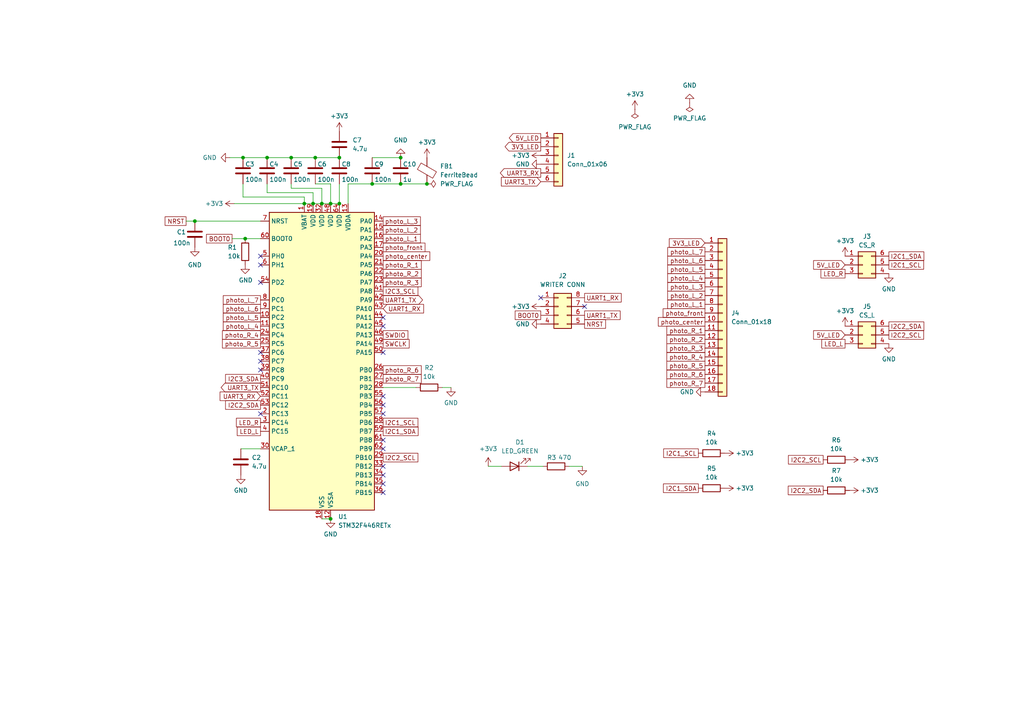
<source format=kicad_sch>
(kicad_sch (version 20230121) (generator eeschema)

  (uuid 25c57c6f-8e34-4d58-aed4-7bf8583eb86f)

  (paper "A4")

  (title_block
    (title "04-line_sub")
    (date "2024-06-27")
  )

  (lib_symbols
    (symbol "Connector_Generic:Conn_01x06" (pin_names (offset 1.016) hide) (in_bom yes) (on_board yes)
      (property "Reference" "J" (at 0 7.62 0)
        (effects (font (size 1.27 1.27)))
      )
      (property "Value" "Conn_01x06" (at 0 -10.16 0)
        (effects (font (size 1.27 1.27)))
      )
      (property "Footprint" "" (at 0 0 0)
        (effects (font (size 1.27 1.27)) hide)
      )
      (property "Datasheet" "~" (at 0 0 0)
        (effects (font (size 1.27 1.27)) hide)
      )
      (property "ki_keywords" "connector" (at 0 0 0)
        (effects (font (size 1.27 1.27)) hide)
      )
      (property "ki_description" "Generic connector, single row, 01x06, script generated (kicad-library-utils/schlib/autogen/connector/)" (at 0 0 0)
        (effects (font (size 1.27 1.27)) hide)
      )
      (property "ki_fp_filters" "Connector*:*_1x??_*" (at 0 0 0)
        (effects (font (size 1.27 1.27)) hide)
      )
      (symbol "Conn_01x06_1_1"
        (rectangle (start -1.27 -7.493) (end 0 -7.747)
          (stroke (width 0.1524) (type default))
          (fill (type none))
        )
        (rectangle (start -1.27 -4.953) (end 0 -5.207)
          (stroke (width 0.1524) (type default))
          (fill (type none))
        )
        (rectangle (start -1.27 -2.413) (end 0 -2.667)
          (stroke (width 0.1524) (type default))
          (fill (type none))
        )
        (rectangle (start -1.27 0.127) (end 0 -0.127)
          (stroke (width 0.1524) (type default))
          (fill (type none))
        )
        (rectangle (start -1.27 2.667) (end 0 2.413)
          (stroke (width 0.1524) (type default))
          (fill (type none))
        )
        (rectangle (start -1.27 5.207) (end 0 4.953)
          (stroke (width 0.1524) (type default))
          (fill (type none))
        )
        (rectangle (start -1.27 6.35) (end 1.27 -8.89)
          (stroke (width 0.254) (type default))
          (fill (type background))
        )
        (pin passive line (at -5.08 5.08 0) (length 3.81)
          (name "Pin_1" (effects (font (size 1.27 1.27))))
          (number "1" (effects (font (size 1.27 1.27))))
        )
        (pin passive line (at -5.08 2.54 0) (length 3.81)
          (name "Pin_2" (effects (font (size 1.27 1.27))))
          (number "2" (effects (font (size 1.27 1.27))))
        )
        (pin passive line (at -5.08 0 0) (length 3.81)
          (name "Pin_3" (effects (font (size 1.27 1.27))))
          (number "3" (effects (font (size 1.27 1.27))))
        )
        (pin passive line (at -5.08 -2.54 0) (length 3.81)
          (name "Pin_4" (effects (font (size 1.27 1.27))))
          (number "4" (effects (font (size 1.27 1.27))))
        )
        (pin passive line (at -5.08 -5.08 0) (length 3.81)
          (name "Pin_5" (effects (font (size 1.27 1.27))))
          (number "5" (effects (font (size 1.27 1.27))))
        )
        (pin passive line (at -5.08 -7.62 0) (length 3.81)
          (name "Pin_6" (effects (font (size 1.27 1.27))))
          (number "6" (effects (font (size 1.27 1.27))))
        )
      )
    )
    (symbol "Connector_Generic:Conn_01x18" (pin_names (offset 1.016) hide) (in_bom yes) (on_board yes)
      (property "Reference" "J" (at 0 22.86 0)
        (effects (font (size 1.27 1.27)))
      )
      (property "Value" "Conn_01x18" (at 0 -25.4 0)
        (effects (font (size 1.27 1.27)))
      )
      (property "Footprint" "" (at 0 0 0)
        (effects (font (size 1.27 1.27)) hide)
      )
      (property "Datasheet" "~" (at 0 0 0)
        (effects (font (size 1.27 1.27)) hide)
      )
      (property "ki_keywords" "connector" (at 0 0 0)
        (effects (font (size 1.27 1.27)) hide)
      )
      (property "ki_description" "Generic connector, single row, 01x18, script generated (kicad-library-utils/schlib/autogen/connector/)" (at 0 0 0)
        (effects (font (size 1.27 1.27)) hide)
      )
      (property "ki_fp_filters" "Connector*:*_1x??_*" (at 0 0 0)
        (effects (font (size 1.27 1.27)) hide)
      )
      (symbol "Conn_01x18_1_1"
        (rectangle (start -1.27 -22.733) (end 0 -22.987)
          (stroke (width 0.1524) (type default))
          (fill (type none))
        )
        (rectangle (start -1.27 -20.193) (end 0 -20.447)
          (stroke (width 0.1524) (type default))
          (fill (type none))
        )
        (rectangle (start -1.27 -17.653) (end 0 -17.907)
          (stroke (width 0.1524) (type default))
          (fill (type none))
        )
        (rectangle (start -1.27 -15.113) (end 0 -15.367)
          (stroke (width 0.1524) (type default))
          (fill (type none))
        )
        (rectangle (start -1.27 -12.573) (end 0 -12.827)
          (stroke (width 0.1524) (type default))
          (fill (type none))
        )
        (rectangle (start -1.27 -10.033) (end 0 -10.287)
          (stroke (width 0.1524) (type default))
          (fill (type none))
        )
        (rectangle (start -1.27 -7.493) (end 0 -7.747)
          (stroke (width 0.1524) (type default))
          (fill (type none))
        )
        (rectangle (start -1.27 -4.953) (end 0 -5.207)
          (stroke (width 0.1524) (type default))
          (fill (type none))
        )
        (rectangle (start -1.27 -2.413) (end 0 -2.667)
          (stroke (width 0.1524) (type default))
          (fill (type none))
        )
        (rectangle (start -1.27 0.127) (end 0 -0.127)
          (stroke (width 0.1524) (type default))
          (fill (type none))
        )
        (rectangle (start -1.27 2.667) (end 0 2.413)
          (stroke (width 0.1524) (type default))
          (fill (type none))
        )
        (rectangle (start -1.27 5.207) (end 0 4.953)
          (stroke (width 0.1524) (type default))
          (fill (type none))
        )
        (rectangle (start -1.27 7.747) (end 0 7.493)
          (stroke (width 0.1524) (type default))
          (fill (type none))
        )
        (rectangle (start -1.27 10.287) (end 0 10.033)
          (stroke (width 0.1524) (type default))
          (fill (type none))
        )
        (rectangle (start -1.27 12.827) (end 0 12.573)
          (stroke (width 0.1524) (type default))
          (fill (type none))
        )
        (rectangle (start -1.27 15.367) (end 0 15.113)
          (stroke (width 0.1524) (type default))
          (fill (type none))
        )
        (rectangle (start -1.27 17.907) (end 0 17.653)
          (stroke (width 0.1524) (type default))
          (fill (type none))
        )
        (rectangle (start -1.27 20.447) (end 0 20.193)
          (stroke (width 0.1524) (type default))
          (fill (type none))
        )
        (rectangle (start -1.27 21.59) (end 1.27 -24.13)
          (stroke (width 0.254) (type default))
          (fill (type background))
        )
        (pin passive line (at -5.08 20.32 0) (length 3.81)
          (name "Pin_1" (effects (font (size 1.27 1.27))))
          (number "1" (effects (font (size 1.27 1.27))))
        )
        (pin passive line (at -5.08 -2.54 0) (length 3.81)
          (name "Pin_10" (effects (font (size 1.27 1.27))))
          (number "10" (effects (font (size 1.27 1.27))))
        )
        (pin passive line (at -5.08 -5.08 0) (length 3.81)
          (name "Pin_11" (effects (font (size 1.27 1.27))))
          (number "11" (effects (font (size 1.27 1.27))))
        )
        (pin passive line (at -5.08 -7.62 0) (length 3.81)
          (name "Pin_12" (effects (font (size 1.27 1.27))))
          (number "12" (effects (font (size 1.27 1.27))))
        )
        (pin passive line (at -5.08 -10.16 0) (length 3.81)
          (name "Pin_13" (effects (font (size 1.27 1.27))))
          (number "13" (effects (font (size 1.27 1.27))))
        )
        (pin passive line (at -5.08 -12.7 0) (length 3.81)
          (name "Pin_14" (effects (font (size 1.27 1.27))))
          (number "14" (effects (font (size 1.27 1.27))))
        )
        (pin passive line (at -5.08 -15.24 0) (length 3.81)
          (name "Pin_15" (effects (font (size 1.27 1.27))))
          (number "15" (effects (font (size 1.27 1.27))))
        )
        (pin passive line (at -5.08 -17.78 0) (length 3.81)
          (name "Pin_16" (effects (font (size 1.27 1.27))))
          (number "16" (effects (font (size 1.27 1.27))))
        )
        (pin passive line (at -5.08 -20.32 0) (length 3.81)
          (name "Pin_17" (effects (font (size 1.27 1.27))))
          (number "17" (effects (font (size 1.27 1.27))))
        )
        (pin passive line (at -5.08 -22.86 0) (length 3.81)
          (name "Pin_18" (effects (font (size 1.27 1.27))))
          (number "18" (effects (font (size 1.27 1.27))))
        )
        (pin passive line (at -5.08 17.78 0) (length 3.81)
          (name "Pin_2" (effects (font (size 1.27 1.27))))
          (number "2" (effects (font (size 1.27 1.27))))
        )
        (pin passive line (at -5.08 15.24 0) (length 3.81)
          (name "Pin_3" (effects (font (size 1.27 1.27))))
          (number "3" (effects (font (size 1.27 1.27))))
        )
        (pin passive line (at -5.08 12.7 0) (length 3.81)
          (name "Pin_4" (effects (font (size 1.27 1.27))))
          (number "4" (effects (font (size 1.27 1.27))))
        )
        (pin passive line (at -5.08 10.16 0) (length 3.81)
          (name "Pin_5" (effects (font (size 1.27 1.27))))
          (number "5" (effects (font (size 1.27 1.27))))
        )
        (pin passive line (at -5.08 7.62 0) (length 3.81)
          (name "Pin_6" (effects (font (size 1.27 1.27))))
          (number "6" (effects (font (size 1.27 1.27))))
        )
        (pin passive line (at -5.08 5.08 0) (length 3.81)
          (name "Pin_7" (effects (font (size 1.27 1.27))))
          (number "7" (effects (font (size 1.27 1.27))))
        )
        (pin passive line (at -5.08 2.54 0) (length 3.81)
          (name "Pin_8" (effects (font (size 1.27 1.27))))
          (number "8" (effects (font (size 1.27 1.27))))
        )
        (pin passive line (at -5.08 0 0) (length 3.81)
          (name "Pin_9" (effects (font (size 1.27 1.27))))
          (number "9" (effects (font (size 1.27 1.27))))
        )
      )
    )
    (symbol "Connector_Generic:Conn_02x03_Counter_Clockwise" (pin_names (offset 1.016) hide) (in_bom yes) (on_board yes)
      (property "Reference" "J" (at 1.27 5.08 0)
        (effects (font (size 1.27 1.27)))
      )
      (property "Value" "Conn_02x03_Counter_Clockwise" (at 1.27 -5.08 0)
        (effects (font (size 1.27 1.27)))
      )
      (property "Footprint" "" (at 0 0 0)
        (effects (font (size 1.27 1.27)) hide)
      )
      (property "Datasheet" "~" (at 0 0 0)
        (effects (font (size 1.27 1.27)) hide)
      )
      (property "ki_keywords" "connector" (at 0 0 0)
        (effects (font (size 1.27 1.27)) hide)
      )
      (property "ki_description" "Generic connector, double row, 02x03, counter clockwise pin numbering scheme (similar to DIP package numbering), script generated (kicad-library-utils/schlib/autogen/connector/)" (at 0 0 0)
        (effects (font (size 1.27 1.27)) hide)
      )
      (property "ki_fp_filters" "Connector*:*_2x??_*" (at 0 0 0)
        (effects (font (size 1.27 1.27)) hide)
      )
      (symbol "Conn_02x03_Counter_Clockwise_1_1"
        (rectangle (start -1.27 -2.413) (end 0 -2.667)
          (stroke (width 0.1524) (type default))
          (fill (type none))
        )
        (rectangle (start -1.27 0.127) (end 0 -0.127)
          (stroke (width 0.1524) (type default))
          (fill (type none))
        )
        (rectangle (start -1.27 2.667) (end 0 2.413)
          (stroke (width 0.1524) (type default))
          (fill (type none))
        )
        (rectangle (start -1.27 3.81) (end 3.81 -3.81)
          (stroke (width 0.254) (type default))
          (fill (type background))
        )
        (rectangle (start 3.81 -2.413) (end 2.54 -2.667)
          (stroke (width 0.1524) (type default))
          (fill (type none))
        )
        (rectangle (start 3.81 0.127) (end 2.54 -0.127)
          (stroke (width 0.1524) (type default))
          (fill (type none))
        )
        (rectangle (start 3.81 2.667) (end 2.54 2.413)
          (stroke (width 0.1524) (type default))
          (fill (type none))
        )
        (pin passive line (at -5.08 2.54 0) (length 3.81)
          (name "Pin_1" (effects (font (size 1.27 1.27))))
          (number "1" (effects (font (size 1.27 1.27))))
        )
        (pin passive line (at -5.08 0 0) (length 3.81)
          (name "Pin_2" (effects (font (size 1.27 1.27))))
          (number "2" (effects (font (size 1.27 1.27))))
        )
        (pin passive line (at -5.08 -2.54 0) (length 3.81)
          (name "Pin_3" (effects (font (size 1.27 1.27))))
          (number "3" (effects (font (size 1.27 1.27))))
        )
        (pin passive line (at 7.62 -2.54 180) (length 3.81)
          (name "Pin_4" (effects (font (size 1.27 1.27))))
          (number "4" (effects (font (size 1.27 1.27))))
        )
        (pin passive line (at 7.62 0 180) (length 3.81)
          (name "Pin_5" (effects (font (size 1.27 1.27))))
          (number "5" (effects (font (size 1.27 1.27))))
        )
        (pin passive line (at 7.62 2.54 180) (length 3.81)
          (name "Pin_6" (effects (font (size 1.27 1.27))))
          (number "6" (effects (font (size 1.27 1.27))))
        )
      )
    )
    (symbol "Connector_Generic:Conn_02x04_Counter_Clockwise" (pin_names (offset 1.016) hide) (in_bom yes) (on_board yes)
      (property "Reference" "J" (at 1.27 5.08 0)
        (effects (font (size 1.27 1.27)))
      )
      (property "Value" "Conn_02x04_Counter_Clockwise" (at 1.27 -7.62 0)
        (effects (font (size 1.27 1.27)))
      )
      (property "Footprint" "" (at 0 0 0)
        (effects (font (size 1.27 1.27)) hide)
      )
      (property "Datasheet" "~" (at 0 0 0)
        (effects (font (size 1.27 1.27)) hide)
      )
      (property "ki_keywords" "connector" (at 0 0 0)
        (effects (font (size 1.27 1.27)) hide)
      )
      (property "ki_description" "Generic connector, double row, 02x04, counter clockwise pin numbering scheme (similar to DIP package numbering), script generated (kicad-library-utils/schlib/autogen/connector/)" (at 0 0 0)
        (effects (font (size 1.27 1.27)) hide)
      )
      (property "ki_fp_filters" "Connector*:*_2x??_*" (at 0 0 0)
        (effects (font (size 1.27 1.27)) hide)
      )
      (symbol "Conn_02x04_Counter_Clockwise_1_1"
        (rectangle (start -1.27 -4.953) (end 0 -5.207)
          (stroke (width 0.1524) (type default))
          (fill (type none))
        )
        (rectangle (start -1.27 -2.413) (end 0 -2.667)
          (stroke (width 0.1524) (type default))
          (fill (type none))
        )
        (rectangle (start -1.27 0.127) (end 0 -0.127)
          (stroke (width 0.1524) (type default))
          (fill (type none))
        )
        (rectangle (start -1.27 2.667) (end 0 2.413)
          (stroke (width 0.1524) (type default))
          (fill (type none))
        )
        (rectangle (start -1.27 3.81) (end 3.81 -6.35)
          (stroke (width 0.254) (type default))
          (fill (type background))
        )
        (rectangle (start 3.81 -4.953) (end 2.54 -5.207)
          (stroke (width 0.1524) (type default))
          (fill (type none))
        )
        (rectangle (start 3.81 -2.413) (end 2.54 -2.667)
          (stroke (width 0.1524) (type default))
          (fill (type none))
        )
        (rectangle (start 3.81 0.127) (end 2.54 -0.127)
          (stroke (width 0.1524) (type default))
          (fill (type none))
        )
        (rectangle (start 3.81 2.667) (end 2.54 2.413)
          (stroke (width 0.1524) (type default))
          (fill (type none))
        )
        (pin passive line (at -5.08 2.54 0) (length 3.81)
          (name "Pin_1" (effects (font (size 1.27 1.27))))
          (number "1" (effects (font (size 1.27 1.27))))
        )
        (pin passive line (at -5.08 0 0) (length 3.81)
          (name "Pin_2" (effects (font (size 1.27 1.27))))
          (number "2" (effects (font (size 1.27 1.27))))
        )
        (pin passive line (at -5.08 -2.54 0) (length 3.81)
          (name "Pin_3" (effects (font (size 1.27 1.27))))
          (number "3" (effects (font (size 1.27 1.27))))
        )
        (pin passive line (at -5.08 -5.08 0) (length 3.81)
          (name "Pin_4" (effects (font (size 1.27 1.27))))
          (number "4" (effects (font (size 1.27 1.27))))
        )
        (pin passive line (at 7.62 -5.08 180) (length 3.81)
          (name "Pin_5" (effects (font (size 1.27 1.27))))
          (number "5" (effects (font (size 1.27 1.27))))
        )
        (pin passive line (at 7.62 -2.54 180) (length 3.81)
          (name "Pin_6" (effects (font (size 1.27 1.27))))
          (number "6" (effects (font (size 1.27 1.27))))
        )
        (pin passive line (at 7.62 0 180) (length 3.81)
          (name "Pin_7" (effects (font (size 1.27 1.27))))
          (number "7" (effects (font (size 1.27 1.27))))
        )
        (pin passive line (at 7.62 2.54 180) (length 3.81)
          (name "Pin_8" (effects (font (size 1.27 1.27))))
          (number "8" (effects (font (size 1.27 1.27))))
        )
      )
    )
    (symbol "Device:C" (pin_numbers hide) (pin_names (offset 0.254)) (in_bom yes) (on_board yes)
      (property "Reference" "C" (at 0.635 2.54 0)
        (effects (font (size 1.27 1.27)) (justify left))
      )
      (property "Value" "C" (at 0.635 -2.54 0)
        (effects (font (size 1.27 1.27)) (justify left))
      )
      (property "Footprint" "" (at 0.9652 -3.81 0)
        (effects (font (size 1.27 1.27)) hide)
      )
      (property "Datasheet" "~" (at 0 0 0)
        (effects (font (size 1.27 1.27)) hide)
      )
      (property "ki_keywords" "cap capacitor" (at 0 0 0)
        (effects (font (size 1.27 1.27)) hide)
      )
      (property "ki_description" "Unpolarized capacitor" (at 0 0 0)
        (effects (font (size 1.27 1.27)) hide)
      )
      (property "ki_fp_filters" "C_*" (at 0 0 0)
        (effects (font (size 1.27 1.27)) hide)
      )
      (symbol "C_0_1"
        (polyline
          (pts
            (xy -2.032 -0.762)
            (xy 2.032 -0.762)
          )
          (stroke (width 0.508) (type default))
          (fill (type none))
        )
        (polyline
          (pts
            (xy -2.032 0.762)
            (xy 2.032 0.762)
          )
          (stroke (width 0.508) (type default))
          (fill (type none))
        )
      )
      (symbol "C_1_1"
        (pin passive line (at 0 3.81 270) (length 2.794)
          (name "~" (effects (font (size 1.27 1.27))))
          (number "1" (effects (font (size 1.27 1.27))))
        )
        (pin passive line (at 0 -3.81 90) (length 2.794)
          (name "~" (effects (font (size 1.27 1.27))))
          (number "2" (effects (font (size 1.27 1.27))))
        )
      )
    )
    (symbol "Device:FerriteBead" (pin_numbers hide) (pin_names (offset 0)) (in_bom yes) (on_board yes)
      (property "Reference" "FB" (at -3.81 0.635 90)
        (effects (font (size 1.27 1.27)))
      )
      (property "Value" "FerriteBead" (at 3.81 0 90)
        (effects (font (size 1.27 1.27)))
      )
      (property "Footprint" "" (at -1.778 0 90)
        (effects (font (size 1.27 1.27)) hide)
      )
      (property "Datasheet" "~" (at 0 0 0)
        (effects (font (size 1.27 1.27)) hide)
      )
      (property "ki_keywords" "L ferrite bead inductor filter" (at 0 0 0)
        (effects (font (size 1.27 1.27)) hide)
      )
      (property "ki_description" "Ferrite bead" (at 0 0 0)
        (effects (font (size 1.27 1.27)) hide)
      )
      (property "ki_fp_filters" "Inductor_* L_* *Ferrite*" (at 0 0 0)
        (effects (font (size 1.27 1.27)) hide)
      )
      (symbol "FerriteBead_0_1"
        (polyline
          (pts
            (xy 0 -1.27)
            (xy 0 -1.2192)
          )
          (stroke (width 0) (type default))
          (fill (type none))
        )
        (polyline
          (pts
            (xy 0 1.27)
            (xy 0 1.2954)
          )
          (stroke (width 0) (type default))
          (fill (type none))
        )
        (polyline
          (pts
            (xy -2.7686 0.4064)
            (xy -1.7018 2.2606)
            (xy 2.7686 -0.3048)
            (xy 1.6764 -2.159)
            (xy -2.7686 0.4064)
          )
          (stroke (width 0) (type default))
          (fill (type none))
        )
      )
      (symbol "FerriteBead_1_1"
        (pin passive line (at 0 3.81 270) (length 2.54)
          (name "~" (effects (font (size 1.27 1.27))))
          (number "1" (effects (font (size 1.27 1.27))))
        )
        (pin passive line (at 0 -3.81 90) (length 2.54)
          (name "~" (effects (font (size 1.27 1.27))))
          (number "2" (effects (font (size 1.27 1.27))))
        )
      )
    )
    (symbol "Device:LED" (pin_numbers hide) (pin_names (offset 1.016) hide) (in_bom yes) (on_board yes)
      (property "Reference" "D" (at 0 2.54 0)
        (effects (font (size 1.27 1.27)))
      )
      (property "Value" "LED" (at 0 -2.54 0)
        (effects (font (size 1.27 1.27)))
      )
      (property "Footprint" "" (at 0 0 0)
        (effects (font (size 1.27 1.27)) hide)
      )
      (property "Datasheet" "~" (at 0 0 0)
        (effects (font (size 1.27 1.27)) hide)
      )
      (property "ki_keywords" "LED diode" (at 0 0 0)
        (effects (font (size 1.27 1.27)) hide)
      )
      (property "ki_description" "Light emitting diode" (at 0 0 0)
        (effects (font (size 1.27 1.27)) hide)
      )
      (property "ki_fp_filters" "LED* LED_SMD:* LED_THT:*" (at 0 0 0)
        (effects (font (size 1.27 1.27)) hide)
      )
      (symbol "LED_0_1"
        (polyline
          (pts
            (xy -1.27 -1.27)
            (xy -1.27 1.27)
          )
          (stroke (width 0.254) (type default))
          (fill (type none))
        )
        (polyline
          (pts
            (xy -1.27 0)
            (xy 1.27 0)
          )
          (stroke (width 0) (type default))
          (fill (type none))
        )
        (polyline
          (pts
            (xy 1.27 -1.27)
            (xy 1.27 1.27)
            (xy -1.27 0)
            (xy 1.27 -1.27)
          )
          (stroke (width 0.254) (type default))
          (fill (type none))
        )
        (polyline
          (pts
            (xy -3.048 -0.762)
            (xy -4.572 -2.286)
            (xy -3.81 -2.286)
            (xy -4.572 -2.286)
            (xy -4.572 -1.524)
          )
          (stroke (width 0) (type default))
          (fill (type none))
        )
        (polyline
          (pts
            (xy -1.778 -0.762)
            (xy -3.302 -2.286)
            (xy -2.54 -2.286)
            (xy -3.302 -2.286)
            (xy -3.302 -1.524)
          )
          (stroke (width 0) (type default))
          (fill (type none))
        )
      )
      (symbol "LED_1_1"
        (pin passive line (at -3.81 0 0) (length 2.54)
          (name "K" (effects (font (size 1.27 1.27))))
          (number "1" (effects (font (size 1.27 1.27))))
        )
        (pin passive line (at 3.81 0 180) (length 2.54)
          (name "A" (effects (font (size 1.27 1.27))))
          (number "2" (effects (font (size 1.27 1.27))))
        )
      )
    )
    (symbol "Device:R" (pin_numbers hide) (pin_names (offset 0)) (in_bom yes) (on_board yes)
      (property "Reference" "R" (at 2.032 0 90)
        (effects (font (size 1.27 1.27)))
      )
      (property "Value" "R" (at 0 0 90)
        (effects (font (size 1.27 1.27)))
      )
      (property "Footprint" "" (at -1.778 0 90)
        (effects (font (size 1.27 1.27)) hide)
      )
      (property "Datasheet" "~" (at 0 0 0)
        (effects (font (size 1.27 1.27)) hide)
      )
      (property "ki_keywords" "R res resistor" (at 0 0 0)
        (effects (font (size 1.27 1.27)) hide)
      )
      (property "ki_description" "Resistor" (at 0 0 0)
        (effects (font (size 1.27 1.27)) hide)
      )
      (property "ki_fp_filters" "R_*" (at 0 0 0)
        (effects (font (size 1.27 1.27)) hide)
      )
      (symbol "R_0_1"
        (rectangle (start -1.016 -2.54) (end 1.016 2.54)
          (stroke (width 0.254) (type default))
          (fill (type none))
        )
      )
      (symbol "R_1_1"
        (pin passive line (at 0 3.81 270) (length 1.27)
          (name "~" (effects (font (size 1.27 1.27))))
          (number "1" (effects (font (size 1.27 1.27))))
        )
        (pin passive line (at 0 -3.81 90) (length 1.27)
          (name "~" (effects (font (size 1.27 1.27))))
          (number "2" (effects (font (size 1.27 1.27))))
        )
      )
    )
    (symbol "MCU_ST_STM32F4:STM32F446RETx" (in_bom yes) (on_board yes)
      (property "Reference" "U" (at -15.24 44.45 0)
        (effects (font (size 1.27 1.27)) (justify left))
      )
      (property "Value" "STM32F446RETx" (at 10.16 44.45 0)
        (effects (font (size 1.27 1.27)) (justify left))
      )
      (property "Footprint" "Package_QFP:LQFP-64_10x10mm_P0.5mm" (at -15.24 -43.18 0)
        (effects (font (size 1.27 1.27)) (justify right) hide)
      )
      (property "Datasheet" "https://www.st.com/resource/en/datasheet/stm32f446re.pdf" (at 0 0 0)
        (effects (font (size 1.27 1.27)) hide)
      )
      (property "ki_locked" "" (at 0 0 0)
        (effects (font (size 1.27 1.27)))
      )
      (property "ki_keywords" "Arm Cortex-M4 STM32F4 STM32F446" (at 0 0 0)
        (effects (font (size 1.27 1.27)) hide)
      )
      (property "ki_description" "STMicroelectronics Arm Cortex-M4 MCU, 512KB flash, 128KB RAM, 180 MHz, 1.8-3.6V, 50 GPIO, LQFP64" (at 0 0 0)
        (effects (font (size 1.27 1.27)) hide)
      )
      (property "ki_fp_filters" "LQFP*10x10mm*P0.5mm*" (at 0 0 0)
        (effects (font (size 1.27 1.27)) hide)
      )
      (symbol "STM32F446RETx_0_1"
        (rectangle (start -15.24 -43.18) (end 15.24 43.18)
          (stroke (width 0.254) (type default))
          (fill (type background))
        )
      )
      (symbol "STM32F446RETx_1_1"
        (pin power_in line (at -5.08 45.72 270) (length 2.54)
          (name "VBAT" (effects (font (size 1.27 1.27))))
          (number "1" (effects (font (size 1.27 1.27))))
        )
        (pin bidirectional line (at -17.78 12.7 0) (length 2.54)
          (name "PC2" (effects (font (size 1.27 1.27))))
          (number "10" (effects (font (size 1.27 1.27))))
          (alternate "ADC1_IN12" bidirectional line)
          (alternate "ADC2_IN12" bidirectional line)
          (alternate "ADC3_IN12" bidirectional line)
          (alternate "SPI2_MISO" bidirectional line)
          (alternate "USB_OTG_HS_ULPI_DIR" bidirectional line)
        )
        (pin bidirectional line (at -17.78 10.16 0) (length 2.54)
          (name "PC3" (effects (font (size 1.27 1.27))))
          (number "11" (effects (font (size 1.27 1.27))))
          (alternate "ADC1_IN13" bidirectional line)
          (alternate "ADC2_IN13" bidirectional line)
          (alternate "ADC3_IN13" bidirectional line)
          (alternate "I2S2_SD" bidirectional line)
          (alternate "SPI2_MOSI" bidirectional line)
          (alternate "USB_OTG_HS_ULPI_NXT" bidirectional line)
        )
        (pin power_in line (at 2.54 -45.72 90) (length 2.54)
          (name "VSSA" (effects (font (size 1.27 1.27))))
          (number "12" (effects (font (size 1.27 1.27))))
        )
        (pin power_in line (at 7.62 45.72 270) (length 2.54)
          (name "VDDA" (effects (font (size 1.27 1.27))))
          (number "13" (effects (font (size 1.27 1.27))))
        )
        (pin bidirectional line (at 17.78 40.64 180) (length 2.54)
          (name "PA0" (effects (font (size 1.27 1.27))))
          (number "14" (effects (font (size 1.27 1.27))))
          (alternate "ADC1_IN0" bidirectional line)
          (alternate "ADC2_IN0" bidirectional line)
          (alternate "ADC3_IN0" bidirectional line)
          (alternate "RTC_AF2" bidirectional line)
          (alternate "SYS_WKUP0" bidirectional line)
          (alternate "TIM2_CH1" bidirectional line)
          (alternate "TIM2_ETR" bidirectional line)
          (alternate "TIM5_CH1" bidirectional line)
          (alternate "TIM8_ETR" bidirectional line)
          (alternate "UART4_TX" bidirectional line)
          (alternate "USART2_CTS" bidirectional line)
        )
        (pin bidirectional line (at 17.78 38.1 180) (length 2.54)
          (name "PA1" (effects (font (size 1.27 1.27))))
          (number "15" (effects (font (size 1.27 1.27))))
          (alternate "ADC1_IN1" bidirectional line)
          (alternate "ADC2_IN1" bidirectional line)
          (alternate "ADC3_IN1" bidirectional line)
          (alternate "QUADSPI_BK1_IO3" bidirectional line)
          (alternate "TIM2_CH2" bidirectional line)
          (alternate "TIM5_CH2" bidirectional line)
          (alternate "UART4_RX" bidirectional line)
          (alternate "USART2_RTS" bidirectional line)
        )
        (pin bidirectional line (at 17.78 35.56 180) (length 2.54)
          (name "PA2" (effects (font (size 1.27 1.27))))
          (number "16" (effects (font (size 1.27 1.27))))
          (alternate "ADC1_IN2" bidirectional line)
          (alternate "ADC2_IN2" bidirectional line)
          (alternate "ADC3_IN2" bidirectional line)
          (alternate "TIM2_CH3" bidirectional line)
          (alternate "TIM5_CH3" bidirectional line)
          (alternate "TIM9_CH1" bidirectional line)
          (alternate "USART2_TX" bidirectional line)
        )
        (pin bidirectional line (at 17.78 33.02 180) (length 2.54)
          (name "PA3" (effects (font (size 1.27 1.27))))
          (number "17" (effects (font (size 1.27 1.27))))
          (alternate "ADC1_IN3" bidirectional line)
          (alternate "ADC2_IN3" bidirectional line)
          (alternate "ADC3_IN3" bidirectional line)
          (alternate "SAI1_FS_A" bidirectional line)
          (alternate "TIM2_CH4" bidirectional line)
          (alternate "TIM5_CH4" bidirectional line)
          (alternate "TIM9_CH2" bidirectional line)
          (alternate "USART2_RX" bidirectional line)
          (alternate "USB_OTG_HS_ULPI_D0" bidirectional line)
        )
        (pin power_in line (at 0 -45.72 90) (length 2.54)
          (name "VSS" (effects (font (size 1.27 1.27))))
          (number "18" (effects (font (size 1.27 1.27))))
        )
        (pin power_in line (at -2.54 45.72 270) (length 2.54)
          (name "VDD" (effects (font (size 1.27 1.27))))
          (number "19" (effects (font (size 1.27 1.27))))
        )
        (pin bidirectional line (at -17.78 -15.24 0) (length 2.54)
          (name "PC13" (effects (font (size 1.27 1.27))))
          (number "2" (effects (font (size 1.27 1.27))))
          (alternate "RTC_AF1" bidirectional line)
          (alternate "SYS_WKUP1" bidirectional line)
        )
        (pin bidirectional line (at 17.78 30.48 180) (length 2.54)
          (name "PA4" (effects (font (size 1.27 1.27))))
          (number "20" (effects (font (size 1.27 1.27))))
          (alternate "ADC1_IN4" bidirectional line)
          (alternate "ADC2_IN4" bidirectional line)
          (alternate "DAC_OUT1" bidirectional line)
          (alternate "DCMI_HSYNC" bidirectional line)
          (alternate "I2S1_WS" bidirectional line)
          (alternate "I2S3_WS" bidirectional line)
          (alternate "SPI1_NSS" bidirectional line)
          (alternate "SPI3_NSS" bidirectional line)
          (alternate "USART2_CK" bidirectional line)
          (alternate "USB_OTG_HS_SOF" bidirectional line)
        )
        (pin bidirectional line (at 17.78 27.94 180) (length 2.54)
          (name "PA5" (effects (font (size 1.27 1.27))))
          (number "21" (effects (font (size 1.27 1.27))))
          (alternate "ADC1_IN5" bidirectional line)
          (alternate "ADC2_IN5" bidirectional line)
          (alternate "DAC_OUT2" bidirectional line)
          (alternate "I2S1_CK" bidirectional line)
          (alternate "SPI1_SCK" bidirectional line)
          (alternate "TIM2_CH1" bidirectional line)
          (alternate "TIM2_ETR" bidirectional line)
          (alternate "TIM8_CH1N" bidirectional line)
          (alternate "USB_OTG_HS_ULPI_CK" bidirectional line)
        )
        (pin bidirectional line (at 17.78 25.4 180) (length 2.54)
          (name "PA6" (effects (font (size 1.27 1.27))))
          (number "22" (effects (font (size 1.27 1.27))))
          (alternate "ADC1_IN6" bidirectional line)
          (alternate "ADC2_IN6" bidirectional line)
          (alternate "DCMI_PIXCLK" bidirectional line)
          (alternate "I2S2_MCK" bidirectional line)
          (alternate "SPI1_MISO" bidirectional line)
          (alternate "TIM13_CH1" bidirectional line)
          (alternate "TIM1_BKIN" bidirectional line)
          (alternate "TIM3_CH1" bidirectional line)
          (alternate "TIM8_BKIN" bidirectional line)
        )
        (pin bidirectional line (at 17.78 22.86 180) (length 2.54)
          (name "PA7" (effects (font (size 1.27 1.27))))
          (number "23" (effects (font (size 1.27 1.27))))
          (alternate "ADC1_IN7" bidirectional line)
          (alternate "ADC2_IN7" bidirectional line)
          (alternate "I2S1_SD" bidirectional line)
          (alternate "SPI1_MOSI" bidirectional line)
          (alternate "TIM14_CH1" bidirectional line)
          (alternate "TIM1_CH1N" bidirectional line)
          (alternate "TIM3_CH2" bidirectional line)
          (alternate "TIM8_CH1N" bidirectional line)
        )
        (pin bidirectional line (at -17.78 7.62 0) (length 2.54)
          (name "PC4" (effects (font (size 1.27 1.27))))
          (number "24" (effects (font (size 1.27 1.27))))
          (alternate "ADC1_IN14" bidirectional line)
          (alternate "ADC2_IN14" bidirectional line)
          (alternate "I2S1_MCK" bidirectional line)
          (alternate "SPDIFRX_IN2" bidirectional line)
        )
        (pin bidirectional line (at -17.78 5.08 0) (length 2.54)
          (name "PC5" (effects (font (size 1.27 1.27))))
          (number "25" (effects (font (size 1.27 1.27))))
          (alternate "ADC1_IN15" bidirectional line)
          (alternate "ADC2_IN15" bidirectional line)
          (alternate "SPDIFRX_IN3" bidirectional line)
          (alternate "USART3_RX" bidirectional line)
        )
        (pin bidirectional line (at 17.78 -2.54 180) (length 2.54)
          (name "PB0" (effects (font (size 1.27 1.27))))
          (number "26" (effects (font (size 1.27 1.27))))
          (alternate "ADC1_IN8" bidirectional line)
          (alternate "ADC2_IN8" bidirectional line)
          (alternate "I2S3_SD" bidirectional line)
          (alternate "SDIO_D1" bidirectional line)
          (alternate "SPI3_MOSI" bidirectional line)
          (alternate "TIM1_CH2N" bidirectional line)
          (alternate "TIM3_CH3" bidirectional line)
          (alternate "TIM8_CH2N" bidirectional line)
          (alternate "UART4_CTS" bidirectional line)
          (alternate "USB_OTG_HS_ULPI_D1" bidirectional line)
        )
        (pin bidirectional line (at 17.78 -5.08 180) (length 2.54)
          (name "PB1" (effects (font (size 1.27 1.27))))
          (number "27" (effects (font (size 1.27 1.27))))
          (alternate "ADC1_IN9" bidirectional line)
          (alternate "ADC2_IN9" bidirectional line)
          (alternate "SDIO_D2" bidirectional line)
          (alternate "TIM1_CH3N" bidirectional line)
          (alternate "TIM3_CH4" bidirectional line)
          (alternate "TIM8_CH3N" bidirectional line)
          (alternate "USB_OTG_HS_ULPI_D2" bidirectional line)
        )
        (pin bidirectional line (at 17.78 -7.62 180) (length 2.54)
          (name "PB2" (effects (font (size 1.27 1.27))))
          (number "28" (effects (font (size 1.27 1.27))))
          (alternate "I2S3_SD" bidirectional line)
          (alternate "QUADSPI_CLK" bidirectional line)
          (alternate "SAI1_SD_A" bidirectional line)
          (alternate "SDIO_CK" bidirectional line)
          (alternate "SPI3_MOSI" bidirectional line)
          (alternate "TIM2_CH4" bidirectional line)
          (alternate "USB_OTG_HS_ULPI_D4" bidirectional line)
        )
        (pin bidirectional line (at 17.78 -27.94 180) (length 2.54)
          (name "PB10" (effects (font (size 1.27 1.27))))
          (number "29" (effects (font (size 1.27 1.27))))
          (alternate "I2C2_SCL" bidirectional line)
          (alternate "I2S2_CK" bidirectional line)
          (alternate "SAI1_SCK_A" bidirectional line)
          (alternate "SPI2_SCK" bidirectional line)
          (alternate "TIM2_CH3" bidirectional line)
          (alternate "USART3_TX" bidirectional line)
          (alternate "USB_OTG_HS_ULPI_D3" bidirectional line)
        )
        (pin bidirectional line (at -17.78 -17.78 0) (length 2.54)
          (name "PC14" (effects (font (size 1.27 1.27))))
          (number "3" (effects (font (size 1.27 1.27))))
          (alternate "RCC_OSC32_IN" bidirectional line)
        )
        (pin power_out line (at -17.78 -25.4 0) (length 2.54)
          (name "VCAP_1" (effects (font (size 1.27 1.27))))
          (number "30" (effects (font (size 1.27 1.27))))
        )
        (pin passive line (at 0 -45.72 90) (length 2.54) hide
          (name "VSS" (effects (font (size 1.27 1.27))))
          (number "31" (effects (font (size 1.27 1.27))))
        )
        (pin power_in line (at 0 45.72 270) (length 2.54)
          (name "VDD" (effects (font (size 1.27 1.27))))
          (number "32" (effects (font (size 1.27 1.27))))
        )
        (pin bidirectional line (at 17.78 -30.48 180) (length 2.54)
          (name "PB12" (effects (font (size 1.27 1.27))))
          (number "33" (effects (font (size 1.27 1.27))))
          (alternate "CAN2_RX" bidirectional line)
          (alternate "I2C2_SMBA" bidirectional line)
          (alternate "I2S2_WS" bidirectional line)
          (alternate "SAI1_SCK_B" bidirectional line)
          (alternate "SPI2_NSS" bidirectional line)
          (alternate "TIM1_BKIN" bidirectional line)
          (alternate "USART3_CK" bidirectional line)
          (alternate "USB_OTG_HS_ID" bidirectional line)
          (alternate "USB_OTG_HS_ULPI_D5" bidirectional line)
        )
        (pin bidirectional line (at 17.78 -33.02 180) (length 2.54)
          (name "PB13" (effects (font (size 1.27 1.27))))
          (number "34" (effects (font (size 1.27 1.27))))
          (alternate "CAN2_TX" bidirectional line)
          (alternate "I2S2_CK" bidirectional line)
          (alternate "SPI2_SCK" bidirectional line)
          (alternate "TIM1_CH1N" bidirectional line)
          (alternate "USART3_CTS" bidirectional line)
          (alternate "USB_OTG_HS_ULPI_D6" bidirectional line)
          (alternate "USB_OTG_HS_VBUS" bidirectional line)
        )
        (pin bidirectional line (at 17.78 -35.56 180) (length 2.54)
          (name "PB14" (effects (font (size 1.27 1.27))))
          (number "35" (effects (font (size 1.27 1.27))))
          (alternate "SPI2_MISO" bidirectional line)
          (alternate "TIM12_CH1" bidirectional line)
          (alternate "TIM1_CH2N" bidirectional line)
          (alternate "TIM8_CH2N" bidirectional line)
          (alternate "USART3_RTS" bidirectional line)
          (alternate "USB_OTG_HS_DM" bidirectional line)
        )
        (pin bidirectional line (at 17.78 -38.1 180) (length 2.54)
          (name "PB15" (effects (font (size 1.27 1.27))))
          (number "36" (effects (font (size 1.27 1.27))))
          (alternate "ADC1_EXTI15" bidirectional line)
          (alternate "ADC2_EXTI15" bidirectional line)
          (alternate "ADC3_EXTI15" bidirectional line)
          (alternate "I2S2_SD" bidirectional line)
          (alternate "RTC_REFIN" bidirectional line)
          (alternate "SPI2_MOSI" bidirectional line)
          (alternate "TIM12_CH2" bidirectional line)
          (alternate "TIM1_CH3N" bidirectional line)
          (alternate "TIM8_CH3N" bidirectional line)
          (alternate "USB_OTG_HS_DP" bidirectional line)
        )
        (pin bidirectional line (at -17.78 2.54 0) (length 2.54)
          (name "PC6" (effects (font (size 1.27 1.27))))
          (number "37" (effects (font (size 1.27 1.27))))
          (alternate "DCMI_D0" bidirectional line)
          (alternate "FMPI2C1_SCL" bidirectional line)
          (alternate "I2S2_MCK" bidirectional line)
          (alternate "SDIO_D6" bidirectional line)
          (alternate "TIM3_CH1" bidirectional line)
          (alternate "TIM8_CH1" bidirectional line)
          (alternate "USART6_TX" bidirectional line)
        )
        (pin bidirectional line (at -17.78 0 0) (length 2.54)
          (name "PC7" (effects (font (size 1.27 1.27))))
          (number "38" (effects (font (size 1.27 1.27))))
          (alternate "DCMI_D1" bidirectional line)
          (alternate "FMPI2C1_SDA" bidirectional line)
          (alternate "I2S2_CK" bidirectional line)
          (alternate "I2S3_MCK" bidirectional line)
          (alternate "SDIO_D7" bidirectional line)
          (alternate "SPDIFRX_IN1" bidirectional line)
          (alternate "SPI2_SCK" bidirectional line)
          (alternate "TIM3_CH2" bidirectional line)
          (alternate "TIM8_CH2" bidirectional line)
          (alternate "USART6_RX" bidirectional line)
        )
        (pin bidirectional line (at -17.78 -2.54 0) (length 2.54)
          (name "PC8" (effects (font (size 1.27 1.27))))
          (number "39" (effects (font (size 1.27 1.27))))
          (alternate "DCMI_D2" bidirectional line)
          (alternate "SDIO_D0" bidirectional line)
          (alternate "SYS_TRACED0" bidirectional line)
          (alternate "TIM3_CH3" bidirectional line)
          (alternate "TIM8_CH3" bidirectional line)
          (alternate "UART5_RTS" bidirectional line)
          (alternate "USART6_CK" bidirectional line)
        )
        (pin bidirectional line (at -17.78 -20.32 0) (length 2.54)
          (name "PC15" (effects (font (size 1.27 1.27))))
          (number "4" (effects (font (size 1.27 1.27))))
          (alternate "ADC1_EXTI15" bidirectional line)
          (alternate "ADC2_EXTI15" bidirectional line)
          (alternate "ADC3_EXTI15" bidirectional line)
          (alternate "RCC_OSC32_OUT" bidirectional line)
        )
        (pin bidirectional line (at -17.78 -5.08 0) (length 2.54)
          (name "PC9" (effects (font (size 1.27 1.27))))
          (number "40" (effects (font (size 1.27 1.27))))
          (alternate "DAC_EXTI9" bidirectional line)
          (alternate "DCMI_D3" bidirectional line)
          (alternate "I2C3_SDA" bidirectional line)
          (alternate "I2S_CKIN" bidirectional line)
          (alternate "QUADSPI_BK1_IO0" bidirectional line)
          (alternate "RCC_MCO_2" bidirectional line)
          (alternate "SDIO_D1" bidirectional line)
          (alternate "TIM3_CH4" bidirectional line)
          (alternate "TIM8_CH4" bidirectional line)
          (alternate "UART5_CTS" bidirectional line)
        )
        (pin bidirectional line (at 17.78 20.32 180) (length 2.54)
          (name "PA8" (effects (font (size 1.27 1.27))))
          (number "41" (effects (font (size 1.27 1.27))))
          (alternate "I2C3_SCL" bidirectional line)
          (alternate "RCC_MCO_1" bidirectional line)
          (alternate "TIM1_CH1" bidirectional line)
          (alternate "USART1_CK" bidirectional line)
          (alternate "USB_OTG_FS_SOF" bidirectional line)
        )
        (pin bidirectional line (at 17.78 17.78 180) (length 2.54)
          (name "PA9" (effects (font (size 1.27 1.27))))
          (number "42" (effects (font (size 1.27 1.27))))
          (alternate "DAC_EXTI9" bidirectional line)
          (alternate "DCMI_D0" bidirectional line)
          (alternate "I2C3_SMBA" bidirectional line)
          (alternate "I2S2_CK" bidirectional line)
          (alternate "SAI1_SD_B" bidirectional line)
          (alternate "SPI2_SCK" bidirectional line)
          (alternate "TIM1_CH2" bidirectional line)
          (alternate "USART1_TX" bidirectional line)
          (alternate "USB_OTG_FS_VBUS" bidirectional line)
        )
        (pin bidirectional line (at 17.78 15.24 180) (length 2.54)
          (name "PA10" (effects (font (size 1.27 1.27))))
          (number "43" (effects (font (size 1.27 1.27))))
          (alternate "DCMI_D1" bidirectional line)
          (alternate "TIM1_CH3" bidirectional line)
          (alternate "USART1_RX" bidirectional line)
          (alternate "USB_OTG_FS_ID" bidirectional line)
        )
        (pin bidirectional line (at 17.78 12.7 180) (length 2.54)
          (name "PA11" (effects (font (size 1.27 1.27))))
          (number "44" (effects (font (size 1.27 1.27))))
          (alternate "ADC1_EXTI11" bidirectional line)
          (alternate "ADC2_EXTI11" bidirectional line)
          (alternate "ADC3_EXTI11" bidirectional line)
          (alternate "CAN1_RX" bidirectional line)
          (alternate "TIM1_CH4" bidirectional line)
          (alternate "USART1_CTS" bidirectional line)
          (alternate "USB_OTG_FS_DM" bidirectional line)
        )
        (pin bidirectional line (at 17.78 10.16 180) (length 2.54)
          (name "PA12" (effects (font (size 1.27 1.27))))
          (number "45" (effects (font (size 1.27 1.27))))
          (alternate "CAN1_TX" bidirectional line)
          (alternate "TIM1_ETR" bidirectional line)
          (alternate "USART1_RTS" bidirectional line)
          (alternate "USB_OTG_FS_DP" bidirectional line)
        )
        (pin bidirectional line (at 17.78 7.62 180) (length 2.54)
          (name "PA13" (effects (font (size 1.27 1.27))))
          (number "46" (effects (font (size 1.27 1.27))))
          (alternate "SYS_JTMS-SWDIO" bidirectional line)
        )
        (pin passive line (at 0 -45.72 90) (length 2.54) hide
          (name "VSS" (effects (font (size 1.27 1.27))))
          (number "47" (effects (font (size 1.27 1.27))))
        )
        (pin power_in line (at 2.54 45.72 270) (length 2.54)
          (name "VDD" (effects (font (size 1.27 1.27))))
          (number "48" (effects (font (size 1.27 1.27))))
        )
        (pin bidirectional line (at 17.78 5.08 180) (length 2.54)
          (name "PA14" (effects (font (size 1.27 1.27))))
          (number "49" (effects (font (size 1.27 1.27))))
          (alternate "SYS_JTCK-SWCLK" bidirectional line)
        )
        (pin bidirectional line (at -17.78 30.48 0) (length 2.54)
          (name "PH0" (effects (font (size 1.27 1.27))))
          (number "5" (effects (font (size 1.27 1.27))))
          (alternate "RCC_OSC_IN" bidirectional line)
        )
        (pin bidirectional line (at 17.78 2.54 180) (length 2.54)
          (name "PA15" (effects (font (size 1.27 1.27))))
          (number "50" (effects (font (size 1.27 1.27))))
          (alternate "ADC1_EXTI15" bidirectional line)
          (alternate "ADC2_EXTI15" bidirectional line)
          (alternate "ADC3_EXTI15" bidirectional line)
          (alternate "CEC" bidirectional line)
          (alternate "I2S1_WS" bidirectional line)
          (alternate "I2S3_WS" bidirectional line)
          (alternate "SPI1_NSS" bidirectional line)
          (alternate "SPI3_NSS" bidirectional line)
          (alternate "SYS_JTDI" bidirectional line)
          (alternate "TIM2_CH1" bidirectional line)
          (alternate "TIM2_ETR" bidirectional line)
          (alternate "UART4_RTS" bidirectional line)
        )
        (pin bidirectional line (at -17.78 -7.62 0) (length 2.54)
          (name "PC10" (effects (font (size 1.27 1.27))))
          (number "51" (effects (font (size 1.27 1.27))))
          (alternate "DCMI_D8" bidirectional line)
          (alternate "I2S3_CK" bidirectional line)
          (alternate "QUADSPI_BK1_IO1" bidirectional line)
          (alternate "SDIO_D2" bidirectional line)
          (alternate "SPI3_SCK" bidirectional line)
          (alternate "UART4_TX" bidirectional line)
          (alternate "USART3_TX" bidirectional line)
        )
        (pin bidirectional line (at -17.78 -10.16 0) (length 2.54)
          (name "PC11" (effects (font (size 1.27 1.27))))
          (number "52" (effects (font (size 1.27 1.27))))
          (alternate "ADC1_EXTI11" bidirectional line)
          (alternate "ADC2_EXTI11" bidirectional line)
          (alternate "ADC3_EXTI11" bidirectional line)
          (alternate "DCMI_D4" bidirectional line)
          (alternate "QUADSPI_BK2_NCS" bidirectional line)
          (alternate "SDIO_D3" bidirectional line)
          (alternate "SPI3_MISO" bidirectional line)
          (alternate "UART4_RX" bidirectional line)
          (alternate "USART3_RX" bidirectional line)
        )
        (pin bidirectional line (at -17.78 -12.7 0) (length 2.54)
          (name "PC12" (effects (font (size 1.27 1.27))))
          (number "53" (effects (font (size 1.27 1.27))))
          (alternate "DCMI_D9" bidirectional line)
          (alternate "I2C2_SDA" bidirectional line)
          (alternate "I2S3_SD" bidirectional line)
          (alternate "SDIO_CK" bidirectional line)
          (alternate "SPI3_MOSI" bidirectional line)
          (alternate "UART5_TX" bidirectional line)
          (alternate "USART3_CK" bidirectional line)
        )
        (pin bidirectional line (at -17.78 22.86 0) (length 2.54)
          (name "PD2" (effects (font (size 1.27 1.27))))
          (number "54" (effects (font (size 1.27 1.27))))
          (alternate "DCMI_D11" bidirectional line)
          (alternate "SDIO_CMD" bidirectional line)
          (alternate "TIM3_ETR" bidirectional line)
          (alternate "UART5_RX" bidirectional line)
        )
        (pin bidirectional line (at 17.78 -10.16 180) (length 2.54)
          (name "PB3" (effects (font (size 1.27 1.27))))
          (number "55" (effects (font (size 1.27 1.27))))
          (alternate "I2C2_SDA" bidirectional line)
          (alternate "I2S1_CK" bidirectional line)
          (alternate "I2S3_CK" bidirectional line)
          (alternate "SPI1_SCK" bidirectional line)
          (alternate "SPI3_SCK" bidirectional line)
          (alternate "SYS_JTDO-SWO" bidirectional line)
          (alternate "TIM2_CH2" bidirectional line)
        )
        (pin bidirectional line (at 17.78 -12.7 180) (length 2.54)
          (name "PB4" (effects (font (size 1.27 1.27))))
          (number "56" (effects (font (size 1.27 1.27))))
          (alternate "I2C3_SDA" bidirectional line)
          (alternate "I2S2_WS" bidirectional line)
          (alternate "SPI1_MISO" bidirectional line)
          (alternate "SPI2_NSS" bidirectional line)
          (alternate "SPI3_MISO" bidirectional line)
          (alternate "SYS_JTRST" bidirectional line)
          (alternate "TIM3_CH1" bidirectional line)
        )
        (pin bidirectional line (at 17.78 -15.24 180) (length 2.54)
          (name "PB5" (effects (font (size 1.27 1.27))))
          (number "57" (effects (font (size 1.27 1.27))))
          (alternate "CAN2_RX" bidirectional line)
          (alternate "DCMI_D10" bidirectional line)
          (alternate "I2C1_SMBA" bidirectional line)
          (alternate "I2S1_SD" bidirectional line)
          (alternate "I2S3_SD" bidirectional line)
          (alternate "SPI1_MOSI" bidirectional line)
          (alternate "SPI3_MOSI" bidirectional line)
          (alternate "TIM3_CH2" bidirectional line)
          (alternate "USB_OTG_HS_ULPI_D7" bidirectional line)
        )
        (pin bidirectional line (at 17.78 -17.78 180) (length 2.54)
          (name "PB6" (effects (font (size 1.27 1.27))))
          (number "58" (effects (font (size 1.27 1.27))))
          (alternate "CAN2_TX" bidirectional line)
          (alternate "CEC" bidirectional line)
          (alternate "DCMI_D5" bidirectional line)
          (alternate "I2C1_SCL" bidirectional line)
          (alternate "QUADSPI_BK1_NCS" bidirectional line)
          (alternate "TIM4_CH1" bidirectional line)
          (alternate "USART1_TX" bidirectional line)
        )
        (pin bidirectional line (at 17.78 -20.32 180) (length 2.54)
          (name "PB7" (effects (font (size 1.27 1.27))))
          (number "59" (effects (font (size 1.27 1.27))))
          (alternate "DCMI_VSYNC" bidirectional line)
          (alternate "I2C1_SDA" bidirectional line)
          (alternate "SPDIFRX_IN0" bidirectional line)
          (alternate "TIM4_CH2" bidirectional line)
          (alternate "USART1_RX" bidirectional line)
        )
        (pin bidirectional line (at -17.78 27.94 0) (length 2.54)
          (name "PH1" (effects (font (size 1.27 1.27))))
          (number "6" (effects (font (size 1.27 1.27))))
          (alternate "RCC_OSC_OUT" bidirectional line)
        )
        (pin input line (at -17.78 35.56 0) (length 2.54)
          (name "BOOT0" (effects (font (size 1.27 1.27))))
          (number "60" (effects (font (size 1.27 1.27))))
        )
        (pin bidirectional line (at 17.78 -22.86 180) (length 2.54)
          (name "PB8" (effects (font (size 1.27 1.27))))
          (number "61" (effects (font (size 1.27 1.27))))
          (alternate "CAN1_RX" bidirectional line)
          (alternate "DCMI_D6" bidirectional line)
          (alternate "I2C1_SCL" bidirectional line)
          (alternate "SDIO_D4" bidirectional line)
          (alternate "TIM10_CH1" bidirectional line)
          (alternate "TIM2_CH1" bidirectional line)
          (alternate "TIM2_ETR" bidirectional line)
          (alternate "TIM4_CH3" bidirectional line)
        )
        (pin bidirectional line (at 17.78 -25.4 180) (length 2.54)
          (name "PB9" (effects (font (size 1.27 1.27))))
          (number "62" (effects (font (size 1.27 1.27))))
          (alternate "CAN1_TX" bidirectional line)
          (alternate "DAC_EXTI9" bidirectional line)
          (alternate "DCMI_D7" bidirectional line)
          (alternate "I2C1_SDA" bidirectional line)
          (alternate "I2S2_WS" bidirectional line)
          (alternate "SAI1_FS_B" bidirectional line)
          (alternate "SDIO_D5" bidirectional line)
          (alternate "SPI2_NSS" bidirectional line)
          (alternate "TIM11_CH1" bidirectional line)
          (alternate "TIM2_CH2" bidirectional line)
          (alternate "TIM4_CH4" bidirectional line)
        )
        (pin passive line (at 0 -45.72 90) (length 2.54) hide
          (name "VSS" (effects (font (size 1.27 1.27))))
          (number "63" (effects (font (size 1.27 1.27))))
        )
        (pin power_in line (at 5.08 45.72 270) (length 2.54)
          (name "VDD" (effects (font (size 1.27 1.27))))
          (number "64" (effects (font (size 1.27 1.27))))
        )
        (pin input line (at -17.78 40.64 0) (length 2.54)
          (name "NRST" (effects (font (size 1.27 1.27))))
          (number "7" (effects (font (size 1.27 1.27))))
        )
        (pin bidirectional line (at -17.78 17.78 0) (length 2.54)
          (name "PC0" (effects (font (size 1.27 1.27))))
          (number "8" (effects (font (size 1.27 1.27))))
          (alternate "ADC1_IN10" bidirectional line)
          (alternate "ADC2_IN10" bidirectional line)
          (alternate "ADC3_IN10" bidirectional line)
          (alternate "SAI1_MCLK_B" bidirectional line)
          (alternate "USB_OTG_HS_ULPI_STP" bidirectional line)
        )
        (pin bidirectional line (at -17.78 15.24 0) (length 2.54)
          (name "PC1" (effects (font (size 1.27 1.27))))
          (number "9" (effects (font (size 1.27 1.27))))
          (alternate "ADC1_IN11" bidirectional line)
          (alternate "ADC2_IN11" bidirectional line)
          (alternate "ADC3_IN11" bidirectional line)
          (alternate "I2S2_SD" bidirectional line)
          (alternate "I2S3_SD" bidirectional line)
          (alternate "SAI1_SD_A" bidirectional line)
          (alternate "SPI2_MOSI" bidirectional line)
          (alternate "SPI3_MOSI" bidirectional line)
        )
      )
    )
    (symbol "power:+3V3" (power) (pin_names (offset 0)) (in_bom yes) (on_board yes)
      (property "Reference" "#PWR" (at 0 -3.81 0)
        (effects (font (size 1.27 1.27)) hide)
      )
      (property "Value" "+3V3" (at 0 3.556 0)
        (effects (font (size 1.27 1.27)))
      )
      (property "Footprint" "" (at 0 0 0)
        (effects (font (size 1.27 1.27)) hide)
      )
      (property "Datasheet" "" (at 0 0 0)
        (effects (font (size 1.27 1.27)) hide)
      )
      (property "ki_keywords" "global power" (at 0 0 0)
        (effects (font (size 1.27 1.27)) hide)
      )
      (property "ki_description" "Power symbol creates a global label with name \"+3V3\"" (at 0 0 0)
        (effects (font (size 1.27 1.27)) hide)
      )
      (symbol "+3V3_0_1"
        (polyline
          (pts
            (xy -0.762 1.27)
            (xy 0 2.54)
          )
          (stroke (width 0) (type default))
          (fill (type none))
        )
        (polyline
          (pts
            (xy 0 0)
            (xy 0 2.54)
          )
          (stroke (width 0) (type default))
          (fill (type none))
        )
        (polyline
          (pts
            (xy 0 2.54)
            (xy 0.762 1.27)
          )
          (stroke (width 0) (type default))
          (fill (type none))
        )
      )
      (symbol "+3V3_1_1"
        (pin power_in line (at 0 0 90) (length 0) hide
          (name "+3V3" (effects (font (size 1.27 1.27))))
          (number "1" (effects (font (size 1.27 1.27))))
        )
      )
    )
    (symbol "power:GND" (power) (pin_names (offset 0)) (in_bom yes) (on_board yes)
      (property "Reference" "#PWR" (at 0 -6.35 0)
        (effects (font (size 1.27 1.27)) hide)
      )
      (property "Value" "GND" (at 0 -3.81 0)
        (effects (font (size 1.27 1.27)))
      )
      (property "Footprint" "" (at 0 0 0)
        (effects (font (size 1.27 1.27)) hide)
      )
      (property "Datasheet" "" (at 0 0 0)
        (effects (font (size 1.27 1.27)) hide)
      )
      (property "ki_keywords" "global power" (at 0 0 0)
        (effects (font (size 1.27 1.27)) hide)
      )
      (property "ki_description" "Power symbol creates a global label with name \"GND\" , ground" (at 0 0 0)
        (effects (font (size 1.27 1.27)) hide)
      )
      (symbol "GND_0_1"
        (polyline
          (pts
            (xy 0 0)
            (xy 0 -1.27)
            (xy 1.27 -1.27)
            (xy 0 -2.54)
            (xy -1.27 -1.27)
            (xy 0 -1.27)
          )
          (stroke (width 0) (type default))
          (fill (type none))
        )
      )
      (symbol "GND_1_1"
        (pin power_in line (at 0 0 270) (length 0) hide
          (name "GND" (effects (font (size 1.27 1.27))))
          (number "1" (effects (font (size 1.27 1.27))))
        )
      )
    )
    (symbol "power:PWR_FLAG" (power) (pin_numbers hide) (pin_names (offset 0) hide) (in_bom yes) (on_board yes)
      (property "Reference" "#FLG" (at 0 1.905 0)
        (effects (font (size 1.27 1.27)) hide)
      )
      (property "Value" "PWR_FLAG" (at 0 3.81 0)
        (effects (font (size 1.27 1.27)))
      )
      (property "Footprint" "" (at 0 0 0)
        (effects (font (size 1.27 1.27)) hide)
      )
      (property "Datasheet" "~" (at 0 0 0)
        (effects (font (size 1.27 1.27)) hide)
      )
      (property "ki_keywords" "flag power" (at 0 0 0)
        (effects (font (size 1.27 1.27)) hide)
      )
      (property "ki_description" "Special symbol for telling ERC where power comes from" (at 0 0 0)
        (effects (font (size 1.27 1.27)) hide)
      )
      (symbol "PWR_FLAG_0_0"
        (pin power_out line (at 0 0 90) (length 0)
          (name "pwr" (effects (font (size 1.27 1.27))))
          (number "1" (effects (font (size 1.27 1.27))))
        )
      )
      (symbol "PWR_FLAG_0_1"
        (polyline
          (pts
            (xy 0 0)
            (xy 0 1.27)
            (xy -1.016 1.905)
            (xy 0 2.54)
            (xy 1.016 1.905)
            (xy 0 1.27)
          )
          (stroke (width 0) (type default))
          (fill (type none))
        )
      )
    )
  )

  (junction (at 90.805 59.055) (diameter 0) (color 0 0 0 0)
    (uuid 1b9b30cd-7d2b-4fed-be24-354b108289a8)
  )
  (junction (at 98.425 45.72) (diameter 0) (color 0 0 0 0)
    (uuid 2131e286-eb87-4054-8068-ddb1647f6a1c)
  )
  (junction (at 116.205 45.72) (diameter 0) (color 0 0 0 0)
    (uuid 265dcab1-b253-4335-8166-0e4278c71199)
  )
  (junction (at 107.95 53.34) (diameter 0) (color 0 0 0 0)
    (uuid 37fe9e0c-acc7-4daf-b324-85b58bc954c3)
  )
  (junction (at 93.345 59.055) (diameter 0) (color 0 0 0 0)
    (uuid 48c11d1a-28de-4963-82c7-164038c9e9f5)
  )
  (junction (at 77.47 45.72) (diameter 0) (color 0 0 0 0)
    (uuid 4ae75fa8-6d42-43f7-bda8-597e63304be2)
  )
  (junction (at 95.885 59.055) (diameter 0) (color 0 0 0 0)
    (uuid 4f463dee-f43a-4ab1-9e34-db73e0e5af6a)
  )
  (junction (at 95.885 150.495) (diameter 0) (color 0 0 0 0)
    (uuid 565e8eab-f78a-4c6d-8fc4-ca3f7c620073)
  )
  (junction (at 88.265 59.055) (diameter 0) (color 0 0 0 0)
    (uuid 80dd6e6c-78eb-45fe-9050-31988e11dd42)
  )
  (junction (at 84.455 45.72) (diameter 0) (color 0 0 0 0)
    (uuid 9b392a60-5cd9-418c-b684-b894ba80059c)
  )
  (junction (at 123.825 53.34) (diameter 0) (color 0 0 0 0)
    (uuid 9d1c00bf-ebf8-4ac5-a971-d38b4c23bb8e)
  )
  (junction (at 71.12 69.215) (diameter 0) (color 0 0 0 0)
    (uuid b300855a-5a04-4896-ad51-f32489852979)
  )
  (junction (at 116.205 53.34) (diameter 0) (color 0 0 0 0)
    (uuid cd54fd4e-aaf9-43de-912b-4696c880aa2a)
  )
  (junction (at 91.44 45.72) (diameter 0) (color 0 0 0 0)
    (uuid cf2c8cc3-8af0-4f03-aa6e-3617e1e6033c)
  )
  (junction (at 98.425 59.055) (diameter 0) (color 0 0 0 0)
    (uuid de8f9118-7f45-40d6-b074-48e17604a473)
  )
  (junction (at 70.485 45.72) (diameter 0) (color 0 0 0 0)
    (uuid e839693f-329b-49c1-987a-4daf1ed538f5)
  )
  (junction (at 56.515 64.135) (diameter 0) (color 0 0 0 0)
    (uuid f705c4f2-51e1-4859-b642-2bdb46e2b597)
  )

  (no_connect (at 111.125 137.795) (uuid 257862da-4ca8-4afa-910d-80b2063551f3))
  (no_connect (at 111.125 142.875) (uuid 25c749d0-0396-48a5-9692-5d45b3d36f81))
  (no_connect (at 75.565 76.835) (uuid 26711b75-6e03-4900-aee2-22da52941444))
  (no_connect (at 111.125 102.235) (uuid 3c9f434a-cafd-4775-be56-3e1f32c61479))
  (no_connect (at 156.845 86.36) (uuid 3f19e0eb-911f-482d-8045-6db2ac2b18b6))
  (no_connect (at 111.125 140.335) (uuid 45c6ce4c-b1ef-44f1-b06b-9a7a1eea66cd))
  (no_connect (at 111.125 130.175) (uuid 469f4410-5591-431b-9494-041d25c6d0e8))
  (no_connect (at 75.565 104.775) (uuid 57ce48b5-e4e7-4b7a-9a62-ab6b7ebe90df))
  (no_connect (at 111.125 120.015) (uuid 76c2ca35-2d51-4fef-aa46-3dc93cffcef8))
  (no_connect (at 75.565 120.015) (uuid 7739fd06-a597-43a0-9d5a-71542f67db38))
  (no_connect (at 111.125 92.075) (uuid 78b1e1e0-b1e4-41e3-bf2e-7cd71e497d27))
  (no_connect (at 111.125 94.615) (uuid 8070b3dd-a3ba-4b10-828a-ad45d45e77bd))
  (no_connect (at 75.565 107.315) (uuid 852738cf-0ac6-4b28-917d-47db11df5ff4))
  (no_connect (at 75.565 74.295) (uuid 9090afe8-8fe8-4083-a18c-a728f7db5cb1))
  (no_connect (at 111.125 127.635) (uuid af2f76fe-db62-4a1e-bf1e-a88a6669dd7a))
  (no_connect (at 75.565 102.235) (uuid bb87f8d3-72ff-4a62-b9e8-b7ac756d8108))
  (no_connect (at 169.545 88.9) (uuid c01e730e-4c92-49a2-a387-4df65e5fc6b8))
  (no_connect (at 111.125 114.935) (uuid c63fbe1a-d895-41d0-bb8f-715be9f80259))
  (no_connect (at 111.125 135.255) (uuid d1318ba8-3f32-4d0e-8627-330a018a6775))
  (no_connect (at 111.125 117.475) (uuid f4a8c6e0-d4ab-4db4-9a35-4c7f58dc393c))
  (no_connect (at 75.565 81.915) (uuid f5c1e179-f4fc-4f14-ab4e-0ba121153480))

  (wire (pts (xy 77.47 45.72) (xy 84.455 45.72))
    (stroke (width 0) (type default))
    (uuid 0180de3c-bc8c-474d-95c4-c39755c50a26)
  )
  (wire (pts (xy 77.47 53.34) (xy 77.47 55.88))
    (stroke (width 0) (type default))
    (uuid 04e12749-5af0-4669-92ff-7b5b2d85a74b)
  )
  (wire (pts (xy 70.485 57.15) (xy 88.265 57.15))
    (stroke (width 0) (type default))
    (uuid 0dd52983-0155-4b15-826f-81c04b3c0aa1)
  )
  (wire (pts (xy 90.805 55.88) (xy 90.805 59.055))
    (stroke (width 0) (type default))
    (uuid 0debef0e-7c1f-486e-bcf4-360307287a7a)
  )
  (wire (pts (xy 84.455 45.72) (xy 91.44 45.72))
    (stroke (width 0) (type default))
    (uuid 13e1790c-00f1-485f-92ea-378c89660308)
  )
  (wire (pts (xy 84.455 54.61) (xy 93.345 54.61))
    (stroke (width 0) (type default))
    (uuid 23fdc356-8a6f-4354-8ec2-eded92b2c657)
  )
  (wire (pts (xy 67.31 69.215) (xy 71.12 69.215))
    (stroke (width 0) (type default))
    (uuid 2a7287d4-f69f-4069-90a1-ea53ef1bd54d)
  )
  (wire (pts (xy 95.885 59.055) (xy 98.425 59.055))
    (stroke (width 0) (type default))
    (uuid 2d4fb9a0-7331-4eca-957d-04ae5a826ecd)
  )
  (wire (pts (xy 128.27 112.395) (xy 130.81 112.395))
    (stroke (width 0) (type default))
    (uuid 36b26533-4d70-43e5-bd8f-c34400935033)
  )
  (wire (pts (xy 90.805 59.055) (xy 93.345 59.055))
    (stroke (width 0) (type default))
    (uuid 384ec1c1-5c18-43ac-bcb9-77e9bb7f8682)
  )
  (wire (pts (xy 56.515 64.135) (xy 75.565 64.135))
    (stroke (width 0) (type default))
    (uuid 4837a171-ce1a-417c-87f0-caa260d8fd61)
  )
  (wire (pts (xy 93.345 59.055) (xy 95.885 59.055))
    (stroke (width 0) (type default))
    (uuid 4be5aab5-2287-440c-b1d4-095e1fb120ed)
  )
  (wire (pts (xy 84.455 53.34) (xy 84.455 54.61))
    (stroke (width 0) (type default))
    (uuid 5237b177-e181-45d6-94a8-327a2bdb8bd5)
  )
  (wire (pts (xy 100.965 59.055) (xy 100.965 53.34))
    (stroke (width 0) (type default))
    (uuid 55bd379b-3a5f-4767-a8bb-2bcb64d54f4f)
  )
  (wire (pts (xy 157.48 135.255) (xy 153.035 135.255))
    (stroke (width 0) (type default))
    (uuid 5688cedc-d91c-44a8-9091-4f0775c15b11)
  )
  (wire (pts (xy 53.975 64.135) (xy 56.515 64.135))
    (stroke (width 0) (type default))
    (uuid 5ece274d-3bd2-4e7b-bb5e-381c3ea539b3)
  )
  (wire (pts (xy 69.85 130.175) (xy 75.565 130.175))
    (stroke (width 0) (type default))
    (uuid 613cc8c9-9e3d-4066-8aa2-5075857a6194)
  )
  (wire (pts (xy 107.95 53.34) (xy 116.205 53.34))
    (stroke (width 0) (type default))
    (uuid 6907a9a1-954d-4c43-aafa-cf135044aa27)
  )
  (wire (pts (xy 91.44 45.72) (xy 98.425 45.72))
    (stroke (width 0) (type default))
    (uuid 6c316e89-382f-459f-8c0f-6173d7a182e7)
  )
  (wire (pts (xy 98.425 53.34) (xy 98.425 59.055))
    (stroke (width 0) (type default))
    (uuid 78224e42-e790-49ab-a596-f6f6843adeaa)
  )
  (wire (pts (xy 70.485 53.34) (xy 70.485 57.15))
    (stroke (width 0) (type default))
    (uuid 7f100c5f-d0a9-46a8-897d-79020a97f0d6)
  )
  (wire (pts (xy 66.675 45.72) (xy 70.485 45.72))
    (stroke (width 0) (type default))
    (uuid 83a8ea8c-82f9-44cb-8ae1-2b64017903f4)
  )
  (wire (pts (xy 107.95 45.72) (xy 116.205 45.72))
    (stroke (width 0) (type default))
    (uuid 84d9ec82-cbda-487e-8044-79b61d65688f)
  )
  (wire (pts (xy 145.415 135.255) (xy 141.605 135.255))
    (stroke (width 0) (type default))
    (uuid 86fb4754-af13-4f75-a00e-9c01f5743995)
  )
  (wire (pts (xy 88.265 59.055) (xy 90.805 59.055))
    (stroke (width 0) (type default))
    (uuid 8a5ea829-12c5-475f-a842-f8efd133023e)
  )
  (wire (pts (xy 91.44 53.34) (xy 95.885 53.34))
    (stroke (width 0) (type default))
    (uuid 987f6c5d-82fd-414d-8c45-3d1f463998e8)
  )
  (wire (pts (xy 67.945 59.055) (xy 88.265 59.055))
    (stroke (width 0) (type default))
    (uuid 9969e76c-6c83-4ade-af16-2bd98d205e25)
  )
  (wire (pts (xy 71.12 69.215) (xy 75.565 69.215))
    (stroke (width 0) (type default))
    (uuid 9d1369f7-e912-435d-98ce-bfe5d1a8e7ec)
  )
  (wire (pts (xy 93.345 150.495) (xy 95.885 150.495))
    (stroke (width 0) (type default))
    (uuid a0b51741-1157-457f-9238-ec6e3325dd5f)
  )
  (wire (pts (xy 100.965 53.34) (xy 107.95 53.34))
    (stroke (width 0) (type default))
    (uuid a3935995-a951-46d7-97e9-89abe2491684)
  )
  (wire (pts (xy 77.47 55.88) (xy 90.805 55.88))
    (stroke (width 0) (type default))
    (uuid b4a88db3-31ef-44ba-9691-649c1e7875ae)
  )
  (wire (pts (xy 93.345 54.61) (xy 93.345 59.055))
    (stroke (width 0) (type default))
    (uuid bb892746-4f50-43bc-86b8-4be375e30050)
  )
  (wire (pts (xy 95.885 53.34) (xy 95.885 59.055))
    (stroke (width 0) (type default))
    (uuid bcba2abe-58ef-4fc5-ad84-9bb84d8eb141)
  )
  (wire (pts (xy 70.485 45.72) (xy 77.47 45.72))
    (stroke (width 0) (type default))
    (uuid c747ccbb-8f1e-472a-a933-0da891561129)
  )
  (wire (pts (xy 88.265 57.15) (xy 88.265 59.055))
    (stroke (width 0) (type default))
    (uuid d61bb989-8672-4e91-9e1a-fe2b7dd69c82)
  )
  (wire (pts (xy 168.91 135.255) (xy 165.1 135.255))
    (stroke (width 0) (type default))
    (uuid ddf092b6-c6a8-42d5-b5dd-66d69e0d5ef3)
  )
  (wire (pts (xy 116.205 53.34) (xy 123.825 53.34))
    (stroke (width 0) (type default))
    (uuid de4d923e-9fe1-49e3-9414-038aff9b8ee3)
  )
  (wire (pts (xy 111.125 112.395) (xy 120.65 112.395))
    (stroke (width 0) (type default))
    (uuid e6c24eab-1ad3-4c97-afa2-c617e2cba5fa)
  )

  (global_label "photo_L_3" (shape passive) (at 111.125 64.135 0) (fields_autoplaced)
    (effects (font (size 1.27 1.27)) (justify left))
    (uuid 01a94043-29f8-4dca-84ac-3210b5468530)
    (property "Intersheetrefs" "${INTERSHEET_REFS}" (at 122.4934 64.135 0)
      (effects (font (size 1.27 1.27)) (justify left) hide)
    )
  )
  (global_label "photo_R_2" (shape passive) (at 204.47 98.425 180) (fields_autoplaced)
    (effects (font (size 1.27 1.27)) (justify right))
    (uuid 07304e25-3b71-44d9-95c5-b34a08904200)
    (property "Intersheetrefs" "${INTERSHEET_REFS}" (at 192.8597 98.425 0)
      (effects (font (size 1.27 1.27)) (justify right) hide)
    )
  )
  (global_label "photo_center" (shape passive) (at 204.47 93.345 180) (fields_autoplaced)
    (effects (font (size 1.27 1.27)) (justify right))
    (uuid 097e45b7-b2f9-4f9d-b344-7c156ed5a90c)
    (property "Intersheetrefs" "${INTERSHEET_REFS}" (at 190.3801 93.345 0)
      (effects (font (size 1.27 1.27)) (justify right) hide)
    )
  )
  (global_label "photo_L_4" (shape passive) (at 75.565 94.615 180) (fields_autoplaced)
    (effects (font (size 1.27 1.27)) (justify right))
    (uuid 0b3bf7b0-5b59-41d7-aab9-cef3160c1866)
    (property "Intersheetrefs" "${INTERSHEET_REFS}" (at 64.1966 94.615 0)
      (effects (font (size 1.27 1.27)) (justify right) hide)
    )
  )
  (global_label "photo_L_6" (shape passive) (at 204.47 75.565 180) (fields_autoplaced)
    (effects (font (size 1.27 1.27)) (justify right))
    (uuid 0d6eda6d-2e02-4eb4-a860-64ccd78eb970)
    (property "Intersheetrefs" "${INTERSHEET_REFS}" (at 193.1016 75.565 0)
      (effects (font (size 1.27 1.27)) (justify right) hide)
    )
  )
  (global_label "I2C3_SCL" (shape passive) (at 111.125 84.455 0) (fields_autoplaced)
    (effects (font (size 1.27 1.27)) (justify left))
    (uuid 0d881805-0270-4618-97a4-d4342fd70579)
    (property "Intersheetrefs" "${INTERSHEET_REFS}" (at 121.7679 84.455 0)
      (effects (font (size 1.27 1.27)) (justify left) hide)
    )
  )
  (global_label "photo_R_5" (shape passive) (at 75.565 99.695 180) (fields_autoplaced)
    (effects (font (size 1.27 1.27)) (justify right))
    (uuid 16e4361b-23e6-4691-9163-73460a9a8efa)
    (property "Intersheetrefs" "${INTERSHEET_REFS}" (at 63.9547 99.695 0)
      (effects (font (size 1.27 1.27)) (justify right) hide)
    )
  )
  (global_label "SWDIO" (shape passive) (at 111.125 97.155 0) (fields_autoplaced)
    (effects (font (size 1.27 1.27)) (justify left))
    (uuid 18fadcd4-60f2-4c29-bb6d-ce703f0ebaec)
    (property "Intersheetrefs" "${INTERSHEET_REFS}" (at 118.8651 97.155 0)
      (effects (font (size 1.27 1.27)) (justify left) hide)
    )
  )
  (global_label "LED_L" (shape passive) (at 75.565 125.095 180) (fields_autoplaced)
    (effects (font (size 1.27 1.27)) (justify right))
    (uuid 1e256719-1bed-457d-8e2a-825e398ac268)
    (property "Intersheetrefs" "${INTERSHEET_REFS}" (at 68.2483 125.095 0)
      (effects (font (size 1.27 1.27)) (justify right) hide)
    )
  )
  (global_label "photo_front" (shape passive) (at 111.125 71.755 0) (fields_autoplaced)
    (effects (font (size 1.27 1.27)) (justify left))
    (uuid 1fa60be1-bd4f-4c73-957f-496aefd8d2a4)
    (property "Intersheetrefs" "${INTERSHEET_REFS}" (at 123.8238 71.755 0)
      (effects (font (size 1.27 1.27)) (justify left) hide)
    )
  )
  (global_label "LED_L" (shape passive) (at 245.11 99.695 180) (fields_autoplaced)
    (effects (font (size 1.27 1.27)) (justify right))
    (uuid 1fca4769-b2f6-4690-b48b-73d7c26951c1)
    (property "Intersheetrefs" "${INTERSHEET_REFS}" (at 237.7933 99.695 0)
      (effects (font (size 1.27 1.27)) (justify right) hide)
    )
  )
  (global_label "photo_L_6" (shape passive) (at 75.565 89.535 180) (fields_autoplaced)
    (effects (font (size 1.27 1.27)) (justify right))
    (uuid 236b3c2d-ce41-428f-927f-62068418d515)
    (property "Intersheetrefs" "${INTERSHEET_REFS}" (at 64.1966 89.535 0)
      (effects (font (size 1.27 1.27)) (justify right) hide)
    )
  )
  (global_label "UART1_TX" (shape passive) (at 169.545 91.44 0) (fields_autoplaced)
    (effects (font (size 1.27 1.27)) (justify left))
    (uuid 2d007a8b-e6a4-4ef4-8f09-91266c40b71e)
    (property "Intersheetrefs" "${INTERSHEET_REFS}" (at 180.4298 91.44 0)
      (effects (font (size 1.27 1.27)) (justify left) hide)
    )
  )
  (global_label "I2C2_SCL" (shape passive) (at 238.76 133.35 180) (fields_autoplaced)
    (effects (font (size 1.27 1.27)) (justify right))
    (uuid 2ecfb23d-9b11-4e70-907d-2b77fa705b9b)
    (property "Intersheetrefs" "${INTERSHEET_REFS}" (at 228.1171 133.35 0)
      (effects (font (size 1.27 1.27)) (justify right) hide)
    )
  )
  (global_label "photo_center" (shape passive) (at 111.125 74.295 0) (fields_autoplaced)
    (effects (font (size 1.27 1.27)) (justify left))
    (uuid 2faa98ce-99d1-4848-90ab-c62fc669c2ea)
    (property "Intersheetrefs" "${INTERSHEET_REFS}" (at 125.2149 74.295 0)
      (effects (font (size 1.27 1.27)) (justify left) hide)
    )
  )
  (global_label "BOOT0" (shape passive) (at 156.845 91.44 180) (fields_autoplaced)
    (effects (font (size 1.27 1.27)) (justify right))
    (uuid 3694d05d-5fcd-4021-aa0d-1fab338b66de)
    (property "Intersheetrefs" "${INTERSHEET_REFS}" (at 148.863 91.44 0)
      (effects (font (size 1.27 1.27)) (justify right) hide)
    )
  )
  (global_label "UART3_RX" (shape input) (at 75.565 114.935 180) (fields_autoplaced)
    (effects (font (size 1.27 1.27)) (justify right))
    (uuid 37ca239a-1e8b-4ca2-ab1c-3134a4f0deb1)
    (property "Intersheetrefs" "${INTERSHEET_REFS}" (at 63.2665 114.935 0)
      (effects (font (size 1.27 1.27)) (justify right) hide)
    )
  )
  (global_label "photo_L_2" (shape passive) (at 111.125 66.675 0) (fields_autoplaced)
    (effects (font (size 1.27 1.27)) (justify left))
    (uuid 3addb6cc-80c1-4d2b-bfd8-1bfc0d5171ce)
    (property "Intersheetrefs" "${INTERSHEET_REFS}" (at 122.4934 66.675 0)
      (effects (font (size 1.27 1.27)) (justify left) hide)
    )
  )
  (global_label "photo_R_1" (shape passive) (at 204.47 95.885 180) (fields_autoplaced)
    (effects (font (size 1.27 1.27)) (justify right))
    (uuid 42cfbf7e-bf5f-459f-aa92-65e08d763542)
    (property "Intersheetrefs" "${INTERSHEET_REFS}" (at 192.8597 95.885 0)
      (effects (font (size 1.27 1.27)) (justify right) hide)
    )
  )
  (global_label "photo_R_6" (shape passive) (at 204.47 108.585 180) (fields_autoplaced)
    (effects (font (size 1.27 1.27)) (justify right))
    (uuid 46a44a3b-ef78-4452-90bf-6137f68c5857)
    (property "Intersheetrefs" "${INTERSHEET_REFS}" (at 192.8597 108.585 0)
      (effects (font (size 1.27 1.27)) (justify right) hide)
    )
  )
  (global_label "I2C2_SDA" (shape passive) (at 257.81 94.615 0) (fields_autoplaced)
    (effects (font (size 1.27 1.27)) (justify left))
    (uuid 4853992a-cd03-466b-8d0a-6bdf9c7ee5ef)
    (property "Intersheetrefs" "${INTERSHEET_REFS}" (at 268.5134 94.615 0)
      (effects (font (size 1.27 1.27)) (justify left) hide)
    )
  )
  (global_label "I2C1_SDA" (shape passive) (at 202.565 141.605 180) (fields_autoplaced)
    (effects (font (size 1.27 1.27)) (justify right))
    (uuid 4d0545ee-f743-4787-8c6e-4cea7e77dba6)
    (property "Intersheetrefs" "${INTERSHEET_REFS}" (at 191.8616 141.605 0)
      (effects (font (size 1.27 1.27)) (justify right) hide)
    )
  )
  (global_label "photo_R_5" (shape passive) (at 204.47 106.045 180) (fields_autoplaced)
    (effects (font (size 1.27 1.27)) (justify right))
    (uuid 4d1165f8-e26e-4fbb-adda-e5b424a0b63b)
    (property "Intersheetrefs" "${INTERSHEET_REFS}" (at 192.8597 106.045 0)
      (effects (font (size 1.27 1.27)) (justify right) hide)
    )
  )
  (global_label "UART3_TX" (shape input) (at 156.845 52.705 180) (fields_autoplaced)
    (effects (font (size 1.27 1.27)) (justify right))
    (uuid 51b8a615-d670-47bd-8b73-6e15cba892b4)
    (property "Intersheetrefs" "${INTERSHEET_REFS}" (at 144.8489 52.705 0)
      (effects (font (size 1.27 1.27)) (justify right) hide)
    )
  )
  (global_label "photo_L_4" (shape passive) (at 204.47 80.645 180) (fields_autoplaced)
    (effects (font (size 1.27 1.27)) (justify right))
    (uuid 51d62b29-a2ba-40be-a13d-074f3874965c)
    (property "Intersheetrefs" "${INTERSHEET_REFS}" (at 193.1016 80.645 0)
      (effects (font (size 1.27 1.27)) (justify right) hide)
    )
  )
  (global_label "5V_LED" (shape output) (at 156.845 40.005 180) (fields_autoplaced)
    (effects (font (size 1.27 1.27)) (justify right))
    (uuid 5825ebc9-0457-4825-9a10-8985ab054e10)
    (property "Intersheetrefs" "${INTERSHEET_REFS}" (at 147.147 40.005 0)
      (effects (font (size 1.27 1.27)) (justify right) hide)
    )
  )
  (global_label "UART3_TX" (shape output) (at 75.565 112.395 180) (fields_autoplaced)
    (effects (font (size 1.27 1.27)) (justify right))
    (uuid 5a1d7e5f-8766-480b-ade9-7e31c1bc9a05)
    (property "Intersheetrefs" "${INTERSHEET_REFS}" (at 63.5689 112.395 0)
      (effects (font (size 1.27 1.27)) (justify right) hide)
    )
  )
  (global_label "LED_R" (shape passive) (at 75.565 122.555 180) (fields_autoplaced)
    (effects (font (size 1.27 1.27)) (justify right))
    (uuid 6b8fb941-3be5-42ad-b1d2-c1077ebc4ced)
    (property "Intersheetrefs" "${INTERSHEET_REFS}" (at 68.0064 122.555 0)
      (effects (font (size 1.27 1.27)) (justify right) hide)
    )
  )
  (global_label "I2C3_SDA" (shape passive) (at 75.565 109.855 180) (fields_autoplaced)
    (effects (font (size 1.27 1.27)) (justify right))
    (uuid 6c63594f-1ceb-42cd-ba5e-1158c5dcdc30)
    (property "Intersheetrefs" "${INTERSHEET_REFS}" (at 64.8616 109.855 0)
      (effects (font (size 1.27 1.27)) (justify right) hide)
    )
  )
  (global_label "I2C2_SCL" (shape passive) (at 257.81 97.155 0) (fields_autoplaced)
    (effects (font (size 1.27 1.27)) (justify left))
    (uuid 6e697295-b9bd-4b36-84a1-5e8c16fb6c25)
    (property "Intersheetrefs" "${INTERSHEET_REFS}" (at 268.4529 97.155 0)
      (effects (font (size 1.27 1.27)) (justify left) hide)
    )
  )
  (global_label "UART1_RX" (shape input) (at 111.125 89.535 0) (fields_autoplaced)
    (effects (font (size 1.27 1.27)) (justify left))
    (uuid 703a1130-e61e-434f-9b67-21f38704b0d9)
    (property "Intersheetrefs" "${INTERSHEET_REFS}" (at 123.4235 89.535 0)
      (effects (font (size 1.27 1.27)) (justify left) hide)
    )
  )
  (global_label "SWCLK" (shape passive) (at 111.125 99.695 0) (fields_autoplaced)
    (effects (font (size 1.27 1.27)) (justify left))
    (uuid 71c79939-c415-43c3-b6cf-3ee30b7386de)
    (property "Intersheetrefs" "${INTERSHEET_REFS}" (at 119.2279 99.695 0)
      (effects (font (size 1.27 1.27)) (justify left) hide)
    )
  )
  (global_label "photo_L_5" (shape passive) (at 204.47 78.105 180) (fields_autoplaced)
    (effects (font (size 1.27 1.27)) (justify right))
    (uuid 806f9482-aabb-49d6-8df2-bf87e4120dd0)
    (property "Intersheetrefs" "${INTERSHEET_REFS}" (at 193.1016 78.105 0)
      (effects (font (size 1.27 1.27)) (justify right) hide)
    )
  )
  (global_label "photo_R_3" (shape passive) (at 111.125 81.915 0) (fields_autoplaced)
    (effects (font (size 1.27 1.27)) (justify left))
    (uuid 82ceea84-368d-4b8f-bd48-35bf0eba6415)
    (property "Intersheetrefs" "${INTERSHEET_REFS}" (at 122.7353 81.915 0)
      (effects (font (size 1.27 1.27)) (justify left) hide)
    )
  )
  (global_label "I2C2_SDA" (shape passive) (at 75.565 117.475 180) (fields_autoplaced)
    (effects (font (size 1.27 1.27)) (justify right))
    (uuid 8374ace9-9b04-432f-be36-a96e0167a00e)
    (property "Intersheetrefs" "${INTERSHEET_REFS}" (at 64.8616 117.475 0)
      (effects (font (size 1.27 1.27)) (justify right) hide)
    )
  )
  (global_label "NRST" (shape passive) (at 169.545 93.98 0) (fields_autoplaced)
    (effects (font (size 1.27 1.27)) (justify left))
    (uuid 8700d9fa-2e37-4005-9d73-3ba280ebd804)
    (property "Intersheetrefs" "${INTERSHEET_REFS}" (at 176.1965 93.98 0)
      (effects (font (size 1.27 1.27)) (justify left) hide)
    )
  )
  (global_label "photo_R_3" (shape passive) (at 204.47 100.965 180) (fields_autoplaced)
    (effects (font (size 1.27 1.27)) (justify right))
    (uuid 8d5e3881-1786-415e-954c-96269e3b22ce)
    (property "Intersheetrefs" "${INTERSHEET_REFS}" (at 192.8597 100.965 0)
      (effects (font (size 1.27 1.27)) (justify right) hide)
    )
  )
  (global_label "LED_R" (shape passive) (at 245.11 79.375 180) (fields_autoplaced)
    (effects (font (size 1.27 1.27)) (justify right))
    (uuid 8d9982ae-c946-4c29-b28a-31fe87837185)
    (property "Intersheetrefs" "${INTERSHEET_REFS}" (at 237.5514 79.375 0)
      (effects (font (size 1.27 1.27)) (justify right) hide)
    )
  )
  (global_label "photo_L_5" (shape passive) (at 75.565 92.075 180) (fields_autoplaced)
    (effects (font (size 1.27 1.27)) (justify right))
    (uuid 92851f22-d5f1-41a2-ba35-aa2afa692164)
    (property "Intersheetrefs" "${INTERSHEET_REFS}" (at 64.1966 92.075 0)
      (effects (font (size 1.27 1.27)) (justify right) hide)
    )
  )
  (global_label "UART1_TX" (shape output) (at 111.125 86.995 0) (fields_autoplaced)
    (effects (font (size 1.27 1.27)) (justify left))
    (uuid 92a09089-b5df-48e8-8514-910651fcbf02)
    (property "Intersheetrefs" "${INTERSHEET_REFS}" (at 123.1211 86.995 0)
      (effects (font (size 1.27 1.27)) (justify left) hide)
    )
  )
  (global_label "UART3_RX" (shape output) (at 156.845 50.165 180) (fields_autoplaced)
    (effects (font (size 1.27 1.27)) (justify right))
    (uuid 98cffa2a-99b7-437c-86ee-392a7205a1dd)
    (property "Intersheetrefs" "${INTERSHEET_REFS}" (at 144.5465 50.165 0)
      (effects (font (size 1.27 1.27)) (justify right) hide)
    )
  )
  (global_label "I2C1_SCL" (shape passive) (at 202.565 131.445 180) (fields_autoplaced)
    (effects (font (size 1.27 1.27)) (justify right))
    (uuid 9c44b734-944b-4171-84d2-7ba9a2d0715c)
    (property "Intersheetrefs" "${INTERSHEET_REFS}" (at 191.9221 131.445 0)
      (effects (font (size 1.27 1.27)) (justify right) hide)
    )
  )
  (global_label "photo_L_3" (shape passive) (at 204.47 83.185 180) (fields_autoplaced)
    (effects (font (size 1.27 1.27)) (justify right))
    (uuid 9ead1711-a5fb-41f8-bb9d-f83f24dc6fb8)
    (property "Intersheetrefs" "${INTERSHEET_REFS}" (at 193.1016 83.185 0)
      (effects (font (size 1.27 1.27)) (justify right) hide)
    )
  )
  (global_label "photo_L_1" (shape passive) (at 204.47 88.265 180) (fields_autoplaced)
    (effects (font (size 1.27 1.27)) (justify right))
    (uuid a2f005e2-bb02-4cba-9b42-dffb2afac55c)
    (property "Intersheetrefs" "${INTERSHEET_REFS}" (at 193.1016 88.265 0)
      (effects (font (size 1.27 1.27)) (justify right) hide)
    )
  )
  (global_label "photo_R_7" (shape passive) (at 111.125 109.855 0) (fields_autoplaced)
    (effects (font (size 1.27 1.27)) (justify left))
    (uuid a61d6285-731e-4d7e-b1a2-b08c2c316209)
    (property "Intersheetrefs" "${INTERSHEET_REFS}" (at 122.7353 109.855 0)
      (effects (font (size 1.27 1.27)) (justify left) hide)
    )
  )
  (global_label "photo_R_1" (shape passive) (at 111.125 76.835 0) (fields_autoplaced)
    (effects (font (size 1.27 1.27)) (justify left))
    (uuid a7aa7d1f-2dc3-4010-9eb7-ecfaecab3e12)
    (property "Intersheetrefs" "${INTERSHEET_REFS}" (at 122.7353 76.835 0)
      (effects (font (size 1.27 1.27)) (justify left) hide)
    )
  )
  (global_label "BOOT0" (shape passive) (at 67.31 69.215 180) (fields_autoplaced)
    (effects (font (size 1.27 1.27)) (justify right))
    (uuid aa908bf0-3dcf-44fd-87f9-28777ae30163)
    (property "Intersheetrefs" "${INTERSHEET_REFS}" (at 59.328 69.215 0)
      (effects (font (size 1.27 1.27)) (justify right) hide)
    )
  )
  (global_label "5V_LED" (shape input) (at 245.11 97.155 180) (fields_autoplaced)
    (effects (font (size 1.27 1.27)) (justify right))
    (uuid b8c321b1-c685-4cb5-a2e9-e1ae146de942)
    (property "Intersheetrefs" "${INTERSHEET_REFS}" (at 235.412 97.155 0)
      (effects (font (size 1.27 1.27)) (justify right) hide)
    )
  )
  (global_label "I2C1_SDA" (shape passive) (at 257.81 74.295 0) (fields_autoplaced)
    (effects (font (size 1.27 1.27)) (justify left))
    (uuid beadfc19-bbf0-496a-b55b-9cc217704aef)
    (property "Intersheetrefs" "${INTERSHEET_REFS}" (at 268.5134 74.295 0)
      (effects (font (size 1.27 1.27)) (justify left) hide)
    )
  )
  (global_label "I2C1_SCL" (shape passive) (at 257.81 76.835 0) (fields_autoplaced)
    (effects (font (size 1.27 1.27)) (justify left))
    (uuid c0732c43-71e6-43d0-b5e1-2fad57b2576e)
    (property "Intersheetrefs" "${INTERSHEET_REFS}" (at 268.4529 76.835 0)
      (effects (font (size 1.27 1.27)) (justify left) hide)
    )
  )
  (global_label "I2C1_SCL" (shape passive) (at 111.125 122.555 0) (fields_autoplaced)
    (effects (font (size 1.27 1.27)) (justify left))
    (uuid c389fe94-a9a9-4bdb-8a28-45d8e2e3dbc0)
    (property "Intersheetrefs" "${INTERSHEET_REFS}" (at 121.7679 122.555 0)
      (effects (font (size 1.27 1.27)) (justify left) hide)
    )
  )
  (global_label "photo_L_2" (shape passive) (at 204.47 85.725 180) (fields_autoplaced)
    (effects (font (size 1.27 1.27)) (justify right))
    (uuid cdd65ffa-f464-4f56-8b2c-4473bc561432)
    (property "Intersheetrefs" "${INTERSHEET_REFS}" (at 193.1016 85.725 0)
      (effects (font (size 1.27 1.27)) (justify right) hide)
    )
  )
  (global_label "I2C2_SDA" (shape passive) (at 238.76 142.24 180) (fields_autoplaced)
    (effects (font (size 1.27 1.27)) (justify right))
    (uuid d2cb84ca-c463-42dd-8eb7-e2cdf8e05ee6)
    (property "Intersheetrefs" "${INTERSHEET_REFS}" (at 228.0566 142.24 0)
      (effects (font (size 1.27 1.27)) (justify right) hide)
    )
  )
  (global_label "photo_L_7" (shape passive) (at 204.47 73.025 180) (fields_autoplaced)
    (effects (font (size 1.27 1.27)) (justify right))
    (uuid d30bf3fa-2996-43be-9355-86ca68a80ac7)
    (property "Intersheetrefs" "${INTERSHEET_REFS}" (at 193.1016 73.025 0)
      (effects (font (size 1.27 1.27)) (justify right) hide)
    )
  )
  (global_label "3V3_LED" (shape input) (at 204.47 70.485 180) (fields_autoplaced)
    (effects (font (size 1.27 1.27)) (justify right))
    (uuid d377e418-633e-4edb-a44e-29983196e040)
    (property "Intersheetrefs" "${INTERSHEET_REFS}" (at 193.5625 70.485 0)
      (effects (font (size 1.27 1.27)) (justify right) hide)
    )
  )
  (global_label "3V3_LED" (shape output) (at 156.845 42.545 180) (fields_autoplaced)
    (effects (font (size 1.27 1.27)) (justify right))
    (uuid d7b926b0-8f53-46b1-8583-55a1fe0c22c9)
    (property "Intersheetrefs" "${INTERSHEET_REFS}" (at 145.9375 42.545 0)
      (effects (font (size 1.27 1.27)) (justify right) hide)
    )
  )
  (global_label "photo_R_4" (shape passive) (at 204.47 103.505 180) (fields_autoplaced)
    (effects (font (size 1.27 1.27)) (justify right))
    (uuid d869bd97-833d-4902-8ef2-0c15ee2708cd)
    (property "Intersheetrefs" "${INTERSHEET_REFS}" (at 192.8597 103.505 0)
      (effects (font (size 1.27 1.27)) (justify right) hide)
    )
  )
  (global_label "I2C1_SDA" (shape passive) (at 111.125 125.095 0) (fields_autoplaced)
    (effects (font (size 1.27 1.27)) (justify left))
    (uuid dd591e02-6fc6-4ebc-b234-50ec6e7b05d8)
    (property "Intersheetrefs" "${INTERSHEET_REFS}" (at 121.8284 125.095 0)
      (effects (font (size 1.27 1.27)) (justify left) hide)
    )
  )
  (global_label "photo_R_4" (shape passive) (at 75.565 97.155 180) (fields_autoplaced)
    (effects (font (size 1.27 1.27)) (justify right))
    (uuid de84d7ee-6fbd-48a6-8a0b-ee0f3439add4)
    (property "Intersheetrefs" "${INTERSHEET_REFS}" (at 63.9547 97.155 0)
      (effects (font (size 1.27 1.27)) (justify right) hide)
    )
  )
  (global_label "photo_R_7" (shape passive) (at 204.47 111.125 180) (fields_autoplaced)
    (effects (font (size 1.27 1.27)) (justify right))
    (uuid df16f4d4-8758-4793-9eaf-6fc65caf57f7)
    (property "Intersheetrefs" "${INTERSHEET_REFS}" (at 192.8597 111.125 0)
      (effects (font (size 1.27 1.27)) (justify right) hide)
    )
  )
  (global_label "photo_L_7" (shape passive) (at 75.565 86.995 180) (fields_autoplaced)
    (effects (font (size 1.27 1.27)) (justify right))
    (uuid e2618427-e511-49b4-b9e5-86a22657d8ab)
    (property "Intersheetrefs" "${INTERSHEET_REFS}" (at 64.1966 86.995 0)
      (effects (font (size 1.27 1.27)) (justify right) hide)
    )
  )
  (global_label "UART1_RX" (shape passive) (at 169.545 86.36 0) (fields_autoplaced)
    (effects (font (size 1.27 1.27)) (justify left))
    (uuid e2687d90-6392-45ac-b5df-918f6c8e08ac)
    (property "Intersheetrefs" "${INTERSHEET_REFS}" (at 180.7322 86.36 0)
      (effects (font (size 1.27 1.27)) (justify left) hide)
    )
  )
  (global_label "photo_L_1" (shape passive) (at 111.125 69.215 0) (fields_autoplaced)
    (effects (font (size 1.27 1.27)) (justify left))
    (uuid ec803117-67ef-4bc1-83ab-9c407e57dc0f)
    (property "Intersheetrefs" "${INTERSHEET_REFS}" (at 122.4934 69.215 0)
      (effects (font (size 1.27 1.27)) (justify left) hide)
    )
  )
  (global_label "5V_LED" (shape input) (at 245.11 76.835 180) (fields_autoplaced)
    (effects (font (size 1.27 1.27)) (justify right))
    (uuid ed616dc5-b673-44fd-a94a-861835d8effb)
    (property "Intersheetrefs" "${INTERSHEET_REFS}" (at 235.412 76.835 0)
      (effects (font (size 1.27 1.27)) (justify right) hide)
    )
  )
  (global_label "photo_R_6" (shape passive) (at 111.125 107.315 0) (fields_autoplaced)
    (effects (font (size 1.27 1.27)) (justify left))
    (uuid f08394c9-42d1-44d2-aac7-085fa810fb7a)
    (property "Intersheetrefs" "${INTERSHEET_REFS}" (at 122.7353 107.315 0)
      (effects (font (size 1.27 1.27)) (justify left) hide)
    )
  )
  (global_label "NRST" (shape passive) (at 53.975 64.135 180) (fields_autoplaced)
    (effects (font (size 1.27 1.27)) (justify right))
    (uuid f0f159f0-1344-44d7-8005-2f0550e43d24)
    (property "Intersheetrefs" "${INTERSHEET_REFS}" (at 47.3235 64.135 0)
      (effects (font (size 1.27 1.27)) (justify right) hide)
    )
  )
  (global_label "photo_R_2" (shape passive) (at 111.125 79.375 0) (fields_autoplaced)
    (effects (font (size 1.27 1.27)) (justify left))
    (uuid f8409083-445b-42e8-ac95-be45638ad881)
    (property "Intersheetrefs" "${INTERSHEET_REFS}" (at 122.7353 79.375 0)
      (effects (font (size 1.27 1.27)) (justify left) hide)
    )
  )
  (global_label "I2C2_SCL" (shape passive) (at 111.125 132.715 0) (fields_autoplaced)
    (effects (font (size 1.27 1.27)) (justify left))
    (uuid fa1486a4-0ed9-417c-8b95-0bfb930ce1a3)
    (property "Intersheetrefs" "${INTERSHEET_REFS}" (at 121.7679 132.715 0)
      (effects (font (size 1.27 1.27)) (justify left) hide)
    )
  )
  (global_label "photo_front" (shape passive) (at 204.47 90.805 180) (fields_autoplaced)
    (effects (font (size 1.27 1.27)) (justify right))
    (uuid fda60b38-d2a9-420b-9620-ccba6f328929)
    (property "Intersheetrefs" "${INTERSHEET_REFS}" (at 191.7712 90.805 0)
      (effects (font (size 1.27 1.27)) (justify right) hide)
    )
  )

  (symbol (lib_id "power:+3V3") (at 246.38 133.35 270) (unit 1)
    (in_bom yes) (on_board yes) (dnp no) (fields_autoplaced)
    (uuid 1495e466-5246-4376-820e-512080ed8128)
    (property "Reference" "#PWR025" (at 242.57 133.35 0)
      (effects (font (size 1.27 1.27)) hide)
    )
    (property "Value" "+3V3" (at 249.555 133.35 90)
      (effects (font (size 1.27 1.27)) (justify left))
    )
    (property "Footprint" "" (at 246.38 133.35 0)
      (effects (font (size 1.27 1.27)) hide)
    )
    (property "Datasheet" "" (at 246.38 133.35 0)
      (effects (font (size 1.27 1.27)) hide)
    )
    (pin "1" (uuid 91c32138-8505-4051-be4c-df46505132b0))
    (instances
      (project "04-line_sub"
        (path "/25c57c6f-8e34-4d58-aed4-7bf8583eb86f"
          (reference "#PWR025") (unit 1)
        )
      )
      (project "04-line"
        (path "/b1a90ee4-5853-45f0-85ec-cbfa3ae36592"
          (reference "#PWR048") (unit 1)
        )
      )
    )
  )

  (symbol (lib_id "Connector_Generic:Conn_02x03_Counter_Clockwise") (at 250.19 97.155 0) (unit 1)
    (in_bom yes) (on_board yes) (dnp no) (fields_autoplaced)
    (uuid 1a13b385-e48e-4b90-8652-610519ae470e)
    (property "Reference" "J5" (at 251.46 88.9 0)
      (effects (font (size 1.27 1.27)))
    )
    (property "Value" "CS_L" (at 251.46 91.44 0)
      (effects (font (size 1.27 1.27)))
    )
    (property "Footprint" "Connector_PinHeader_2.54mm:PinHeader_2x03_P2.54mm_Vertical" (at 250.19 97.155 0)
      (effects (font (size 1.27 1.27)) hide)
    )
    (property "Datasheet" "~" (at 250.19 97.155 0)
      (effects (font (size 1.27 1.27)) hide)
    )
    (pin "4" (uuid c8573e07-8b8c-43db-954e-0cbb7c231805))
    (pin "6" (uuid 01173ed1-f734-4250-ac11-8751811d9e68))
    (pin "3" (uuid ccead2ec-3050-4c36-9766-8345389953f1))
    (pin "2" (uuid 761e0fab-5e04-4236-a482-859252f235a9))
    (pin "5" (uuid e73f0ccb-1303-45f1-85c2-8e71c84e272c))
    (pin "1" (uuid b2a333b7-0e2a-49d9-92ed-213d2c8bc2de))
    (instances
      (project "04-line_sub"
        (path "/25c57c6f-8e34-4d58-aed4-7bf8583eb86f"
          (reference "J5") (unit 1)
        )
      )
    )
  )

  (symbol (lib_id "Device:C") (at 91.44 49.53 0) (unit 1)
    (in_bom yes) (on_board yes) (dnp no)
    (uuid 1a6f2d78-ff92-42e8-be9a-68e6647252ca)
    (property "Reference" "C6" (at 92.075 47.625 0)
      (effects (font (size 1.27 1.27)) (justify left))
    )
    (property "Value" "100n" (at 92.075 52.07 0)
      (effects (font (size 1.27 1.27)) (justify left))
    )
    (property "Footprint" "Capacitor_SMD:C_0402_1005Metric" (at 92.4052 53.34 0)
      (effects (font (size 1.27 1.27)) hide)
    )
    (property "Datasheet" "~" (at 91.44 49.53 0)
      (effects (font (size 1.27 1.27)) hide)
    )
    (property "LCSC" "C1525" (at 91.44 49.53 0)
      (effects (font (size 1.27 1.27)) hide)
    )
    (pin "1" (uuid 573ee82f-4fc7-430c-b8e3-9ec006640046))
    (pin "2" (uuid 251e388d-9ff9-4aa6-9f4a-e2d9195ac267))
    (instances
      (project "04-line_sub"
        (path "/25c57c6f-8e34-4d58-aed4-7bf8583eb86f"
          (reference "C6") (unit 1)
        )
      )
      (project "04-line"
        (path "/b1a90ee4-5853-45f0-85ec-cbfa3ae36592"
          (reference "C12") (unit 1)
        )
      )
    )
  )

  (symbol (lib_id "Device:LED") (at 149.225 135.255 180) (unit 1)
    (in_bom yes) (on_board yes) (dnp no) (fields_autoplaced)
    (uuid 27828c29-a31f-42f9-a6a2-491a26a93970)
    (property "Reference" "D1" (at 150.8125 128.27 0)
      (effects (font (size 1.27 1.27)))
    )
    (property "Value" "LED_GREEN" (at 150.8125 130.81 0)
      (effects (font (size 1.27 1.27)))
    )
    (property "Footprint" "LED_SMD:LED_0805_2012Metric" (at 149.225 135.255 0)
      (effects (font (size 1.27 1.27)) hide)
    )
    (property "Datasheet" "~" (at 149.225 135.255 0)
      (effects (font (size 1.27 1.27)) hide)
    )
    (property "LCSC" "C2297" (at 149.225 135.255 0)
      (effects (font (size 1.27 1.27)) hide)
    )
    (pin "1" (uuid ceb32672-da73-4103-932f-0b175acf93dd))
    (pin "2" (uuid f729b6c5-0dfc-4310-afa2-ed9f81eecca7))
    (instances
      (project "04-line_sub"
        (path "/25c57c6f-8e34-4d58-aed4-7bf8583eb86f"
          (reference "D1") (unit 1)
        )
      )
      (project "04-line"
        (path "/b1a90ee4-5853-45f0-85ec-cbfa3ae36592"
          (reference "D3") (unit 1)
        )
      )
    )
  )

  (symbol (lib_id "power:GND") (at 130.81 112.395 0) (unit 1)
    (in_bom yes) (on_board yes) (dnp no) (fields_autoplaced)
    (uuid 33ad5f24-c324-4815-96e0-877ffde43506)
    (property "Reference" "#PWR010" (at 130.81 118.745 0)
      (effects (font (size 1.27 1.27)) hide)
    )
    (property "Value" "GND" (at 130.81 116.84 0)
      (effects (font (size 1.27 1.27)))
    )
    (property "Footprint" "" (at 130.81 112.395 0)
      (effects (font (size 1.27 1.27)) hide)
    )
    (property "Datasheet" "" (at 130.81 112.395 0)
      (effects (font (size 1.27 1.27)) hide)
    )
    (pin "1" (uuid 758fcfdf-4307-458b-a62b-8808a336b061))
    (instances
      (project "04-line_sub"
        (path "/25c57c6f-8e34-4d58-aed4-7bf8583eb86f"
          (reference "#PWR010") (unit 1)
        )
      )
      (project "04-line"
        (path "/b1a90ee4-5853-45f0-85ec-cbfa3ae36592"
          (reference "#PWR01") (unit 1)
        )
      )
    )
  )

  (symbol (lib_id "power:+3V3") (at 245.11 74.295 0) (unit 1)
    (in_bom yes) (on_board yes) (dnp no) (fields_autoplaced)
    (uuid 364003f7-86b4-4e10-be5d-79a415efadfb)
    (property "Reference" "#PWR019" (at 245.11 78.105 0)
      (effects (font (size 1.27 1.27)) hide)
    )
    (property "Value" "+3V3" (at 245.11 69.85 0)
      (effects (font (size 1.27 1.27)))
    )
    (property "Footprint" "" (at 245.11 74.295 0)
      (effects (font (size 1.27 1.27)) hide)
    )
    (property "Datasheet" "" (at 245.11 74.295 0)
      (effects (font (size 1.27 1.27)) hide)
    )
    (pin "1" (uuid 8fa19f15-324d-4143-8a56-6e8c5938b882))
    (instances
      (project "04-line_sub"
        (path "/25c57c6f-8e34-4d58-aed4-7bf8583eb86f"
          (reference "#PWR019") (unit 1)
        )
      )
      (project "04-line"
        (path "/b1a90ee4-5853-45f0-85ec-cbfa3ae36592"
          (reference "#PWR048") (unit 1)
        )
      )
    )
  )

  (symbol (lib_id "power:+3V3") (at 246.38 142.24 270) (unit 1)
    (in_bom yes) (on_board yes) (dnp no) (fields_autoplaced)
    (uuid 3adddd09-4672-4551-8e19-47c8de5bbb21)
    (property "Reference" "#PWR026" (at 242.57 142.24 0)
      (effects (font (size 1.27 1.27)) hide)
    )
    (property "Value" "+3V3" (at 249.555 142.24 90)
      (effects (font (size 1.27 1.27)) (justify left))
    )
    (property "Footprint" "" (at 246.38 142.24 0)
      (effects (font (size 1.27 1.27)) hide)
    )
    (property "Datasheet" "" (at 246.38 142.24 0)
      (effects (font (size 1.27 1.27)) hide)
    )
    (pin "1" (uuid 887bd908-08fe-43de-8558-b960661e9a22))
    (instances
      (project "04-line_sub"
        (path "/25c57c6f-8e34-4d58-aed4-7bf8583eb86f"
          (reference "#PWR026") (unit 1)
        )
      )
      (project "04-line"
        (path "/b1a90ee4-5853-45f0-85ec-cbfa3ae36592"
          (reference "#PWR048") (unit 1)
        )
      )
    )
  )

  (symbol (lib_id "Device:C") (at 84.455 49.53 0) (unit 1)
    (in_bom yes) (on_board yes) (dnp no)
    (uuid 430c8c4e-c9ca-4e07-9431-f004bac688c0)
    (property "Reference" "C5" (at 85.09 47.625 0)
      (effects (font (size 1.27 1.27)) (justify left))
    )
    (property "Value" "100n" (at 85.09 52.07 0)
      (effects (font (size 1.27 1.27)) (justify left))
    )
    (property "Footprint" "Capacitor_SMD:C_0402_1005Metric" (at 85.4202 53.34 0)
      (effects (font (size 1.27 1.27)) hide)
    )
    (property "Datasheet" "~" (at 84.455 49.53 0)
      (effects (font (size 1.27 1.27)) hide)
    )
    (property "LCSC" "C1525" (at 84.455 49.53 0)
      (effects (font (size 1.27 1.27)) hide)
    )
    (pin "1" (uuid 0358b760-b9ef-4253-a17e-83b06fbb05a7))
    (pin "2" (uuid 03416c53-758d-4687-820d-9828a8afb442))
    (instances
      (project "04-line_sub"
        (path "/25c57c6f-8e34-4d58-aed4-7bf8583eb86f"
          (reference "C5") (unit 1)
        )
      )
      (project "04-line"
        (path "/b1a90ee4-5853-45f0-85ec-cbfa3ae36592"
          (reference "C11") (unit 1)
        )
      )
    )
  )

  (symbol (lib_id "Device:R") (at 124.46 112.395 90) (unit 1)
    (in_bom yes) (on_board yes) (dnp no) (fields_autoplaced)
    (uuid 4419d452-1c34-42d4-8166-55f38a58a550)
    (property "Reference" "R2" (at 124.46 106.68 90)
      (effects (font (size 1.27 1.27)))
    )
    (property "Value" "10k" (at 124.46 109.22 90)
      (effects (font (size 1.27 1.27)))
    )
    (property "Footprint" "Resistor_SMD:R_0805_2012Metric" (at 124.46 114.173 90)
      (effects (font (size 1.27 1.27)) hide)
    )
    (property "Datasheet" "~" (at 124.46 112.395 0)
      (effects (font (size 1.27 1.27)) hide)
    )
    (property "LCSC" "C17414" (at 124.46 112.395 0)
      (effects (font (size 1.27 1.27)) hide)
    )
    (pin "1" (uuid efa640d2-9a0e-4c67-b138-2d5086fdc6db))
    (pin "2" (uuid 2462f93a-9558-4de4-a61d-d246dbd56143))
    (instances
      (project "04-line_sub"
        (path "/25c57c6f-8e34-4d58-aed4-7bf8583eb86f"
          (reference "R2") (unit 1)
        )
      )
      (project "04-line"
        (path "/b1a90ee4-5853-45f0-85ec-cbfa3ae36592"
          (reference "R26") (unit 1)
        )
      )
    )
  )

  (symbol (lib_id "Device:C") (at 98.425 41.91 0) (unit 1)
    (in_bom yes) (on_board yes) (dnp no) (fields_autoplaced)
    (uuid 45daaee2-ee58-4280-9ea7-1532c6e05f41)
    (property "Reference" "C7" (at 102.235 40.64 0)
      (effects (font (size 1.27 1.27)) (justify left))
    )
    (property "Value" "4.7u" (at 102.235 43.18 0)
      (effects (font (size 1.27 1.27)) (justify left))
    )
    (property "Footprint" "Capacitor_SMD:C_0402_1005Metric" (at 99.3902 45.72 0)
      (effects (font (size 1.27 1.27)) hide)
    )
    (property "Datasheet" "~" (at 98.425 41.91 0)
      (effects (font (size 1.27 1.27)) hide)
    )
    (property "LCSC" "C23733" (at 98.425 41.91 0)
      (effects (font (size 1.27 1.27)) hide)
    )
    (pin "1" (uuid 81a831ec-427d-4769-a6f5-a0065b954a0d))
    (pin "2" (uuid 3bd21b50-27c2-4814-b96c-0dd12fbd62d5))
    (instances
      (project "04-line_sub"
        (path "/25c57c6f-8e34-4d58-aed4-7bf8583eb86f"
          (reference "C7") (unit 1)
        )
      )
      (project "04-line"
        (path "/b1a90ee4-5853-45f0-85ec-cbfa3ae36592"
          (reference "C14") (unit 1)
        )
      )
    )
  )

  (symbol (lib_id "power:GND") (at 257.81 99.695 0) (unit 1)
    (in_bom yes) (on_board yes) (dnp no) (fields_autoplaced)
    (uuid 4eac763c-3608-4d81-a117-112698b21379)
    (property "Reference" "#PWR021" (at 257.81 106.045 0)
      (effects (font (size 1.27 1.27)) hide)
    )
    (property "Value" "GND" (at 257.81 104.14 0)
      (effects (font (size 1.27 1.27)))
    )
    (property "Footprint" "" (at 257.81 99.695 0)
      (effects (font (size 1.27 1.27)) hide)
    )
    (property "Datasheet" "" (at 257.81 99.695 0)
      (effects (font (size 1.27 1.27)) hide)
    )
    (pin "1" (uuid c81b268f-8d0c-4fbe-bfaf-21e97dbd23bf))
    (instances
      (project "04-line_sub"
        (path "/25c57c6f-8e34-4d58-aed4-7bf8583eb86f"
          (reference "#PWR021") (unit 1)
        )
      )
      (project "04-line"
        (path "/b1a90ee4-5853-45f0-85ec-cbfa3ae36592"
          (reference "#PWR01") (unit 1)
        )
      )
    )
  )

  (symbol (lib_id "power:+3V3") (at 210.185 141.605 270) (unit 1)
    (in_bom yes) (on_board yes) (dnp no) (fields_autoplaced)
    (uuid 543f3fc2-6000-4f3a-bc4d-87462b111615)
    (property "Reference" "#PWR024" (at 206.375 141.605 0)
      (effects (font (size 1.27 1.27)) hide)
    )
    (property "Value" "+3V3" (at 213.36 141.605 90)
      (effects (font (size 1.27 1.27)) (justify left))
    )
    (property "Footprint" "" (at 210.185 141.605 0)
      (effects (font (size 1.27 1.27)) hide)
    )
    (property "Datasheet" "" (at 210.185 141.605 0)
      (effects (font (size 1.27 1.27)) hide)
    )
    (pin "1" (uuid 504865a5-4ef5-4e0e-98c6-341227e7c7db))
    (instances
      (project "04-line_sub"
        (path "/25c57c6f-8e34-4d58-aed4-7bf8583eb86f"
          (reference "#PWR024") (unit 1)
        )
      )
      (project "04-line"
        (path "/b1a90ee4-5853-45f0-85ec-cbfa3ae36592"
          (reference "#PWR048") (unit 1)
        )
      )
    )
  )

  (symbol (lib_id "power:GND") (at 257.81 79.375 0) (unit 1)
    (in_bom yes) (on_board yes) (dnp no) (fields_autoplaced)
    (uuid 56349d64-9987-4b9a-80fe-bd4bda351a2a)
    (property "Reference" "#PWR022" (at 257.81 85.725 0)
      (effects (font (size 1.27 1.27)) hide)
    )
    (property "Value" "GND" (at 257.81 83.82 0)
      (effects (font (size 1.27 1.27)))
    )
    (property "Footprint" "" (at 257.81 79.375 0)
      (effects (font (size 1.27 1.27)) hide)
    )
    (property "Datasheet" "" (at 257.81 79.375 0)
      (effects (font (size 1.27 1.27)) hide)
    )
    (pin "1" (uuid 1c1b8296-a1d9-4f5c-b6f0-97053b8e21de))
    (instances
      (project "04-line_sub"
        (path "/25c57c6f-8e34-4d58-aed4-7bf8583eb86f"
          (reference "#PWR022") (unit 1)
        )
      )
      (project "04-line"
        (path "/b1a90ee4-5853-45f0-85ec-cbfa3ae36592"
          (reference "#PWR01") (unit 1)
        )
      )
    )
  )

  (symbol (lib_id "power:+3V3") (at 67.945 59.055 90) (unit 1)
    (in_bom yes) (on_board yes) (dnp no) (fields_autoplaced)
    (uuid 584a3300-0094-48a6-b209-743955e84fb0)
    (property "Reference" "#PWR03" (at 71.755 59.055 0)
      (effects (font (size 1.27 1.27)) hide)
    )
    (property "Value" "+3V3" (at 64.77 59.055 90)
      (effects (font (size 1.27 1.27)) (justify left))
    )
    (property "Footprint" "" (at 67.945 59.055 0)
      (effects (font (size 1.27 1.27)) hide)
    )
    (property "Datasheet" "" (at 67.945 59.055 0)
      (effects (font (size 1.27 1.27)) hide)
    )
    (pin "1" (uuid 31a23388-c74b-4ff5-90b3-edc2f8208ff7))
    (instances
      (project "04-line_sub"
        (path "/25c57c6f-8e34-4d58-aed4-7bf8583eb86f"
          (reference "#PWR03") (unit 1)
        )
      )
      (project "04-line"
        (path "/b1a90ee4-5853-45f0-85ec-cbfa3ae36592"
          (reference "#PWR086") (unit 1)
        )
      )
    )
  )

  (symbol (lib_id "Device:R") (at 242.57 142.24 90) (unit 1)
    (in_bom yes) (on_board yes) (dnp no) (fields_autoplaced)
    (uuid 585ab9d4-5be9-4d75-a46f-52e7ba423495)
    (property "Reference" "R7" (at 242.57 136.525 90)
      (effects (font (size 1.27 1.27)))
    )
    (property "Value" "10k" (at 242.57 139.065 90)
      (effects (font (size 1.27 1.27)))
    )
    (property "Footprint" "Resistor_SMD:R_0805_2012Metric" (at 242.57 144.018 90)
      (effects (font (size 1.27 1.27)) hide)
    )
    (property "Datasheet" "~" (at 242.57 142.24 0)
      (effects (font (size 1.27 1.27)) hide)
    )
    (property "LCSC" "C17414" (at 242.57 142.24 0)
      (effects (font (size 1.27 1.27)) hide)
    )
    (pin "1" (uuid ecf33c64-3c9e-44cb-919f-12ac87b95ff8))
    (pin "2" (uuid 7f76c028-6754-41cb-b413-86f01a1b0d21))
    (instances
      (project "04-line_sub"
        (path "/25c57c6f-8e34-4d58-aed4-7bf8583eb86f"
          (reference "R7") (unit 1)
        )
      )
      (project "04-line"
        (path "/b1a90ee4-5853-45f0-85ec-cbfa3ae36592"
          (reference "R26") (unit 1)
        )
      )
    )
  )

  (symbol (lib_id "MCU_ST_STM32F4:STM32F446RETx") (at 93.345 104.775 0) (unit 1)
    (in_bom yes) (on_board yes) (dnp no) (fields_autoplaced)
    (uuid 60086429-b391-4974-995d-21328de3c60d)
    (property "Reference" "U1" (at 98.0791 149.86 0)
      (effects (font (size 1.27 1.27)) (justify left))
    )
    (property "Value" "STM32F446RETx" (at 98.0791 152.4 0)
      (effects (font (size 1.27 1.27)) (justify left))
    )
    (property "Footprint" "Package_QFP:LQFP-64_10x10mm_P0.5mm" (at 78.105 147.955 0)
      (effects (font (size 1.27 1.27)) (justify right) hide)
    )
    (property "Datasheet" "https://www.st.com/resource/en/datasheet/stm32f446re.pdf" (at 93.345 104.775 0)
      (effects (font (size 1.27 1.27)) hide)
    )
    (property "LCSC" "C69336" (at 93.345 104.775 0)
      (effects (font (size 1.27 1.27)) hide)
    )
    (pin "57" (uuid f167a6f9-244c-42d5-b79f-dfc07afb0c23))
    (pin "27" (uuid 28451b41-5373-4c8d-b574-3d5a5d591c38))
    (pin "32" (uuid f3eeddc2-27ed-406b-84a7-fa276aa7d515))
    (pin "33" (uuid a10a9230-2c30-44f3-9ef5-8b2d4662148e))
    (pin "14" (uuid f131d68a-2e07-4578-a807-e5960eb7b89a))
    (pin "48" (uuid 81ebd1e1-6f6d-42cf-a669-90f6c73b7cd7))
    (pin "19" (uuid 048fd608-6c20-4f32-902a-43274702b6bc))
    (pin "6" (uuid 8fb24472-d9ad-42fd-af87-871ea5364088))
    (pin "16" (uuid 3107df49-d076-4a38-895f-3eef0193eeb6))
    (pin "63" (uuid 293a74e7-b084-469f-a88f-85fec542d33e))
    (pin "37" (uuid 30063af6-c6ac-4c8d-8308-002cd07cc036))
    (pin "55" (uuid b806f27f-81a3-43f8-a8d2-9b9f2d7efbcf))
    (pin "10" (uuid 327be990-118f-4087-859c-46b8d13aa30c))
    (pin "11" (uuid 35139185-8c94-4990-b4da-02308165df67))
    (pin "23" (uuid 01decf96-25f6-439e-8662-09ebb314d083))
    (pin "30" (uuid eb143d74-9dec-42cd-916f-62199785408e))
    (pin "54" (uuid be9d8a83-3ffe-42a1-ab68-697a6ca520a7))
    (pin "43" (uuid 95b8f21c-0384-44df-a3bf-3a5b062476cf))
    (pin "12" (uuid d8054b74-38d3-413a-8db5-29f82e5f79a5))
    (pin "36" (uuid 29cead6b-9127-461b-a55c-6f50fb681c17))
    (pin "13" (uuid f6721b14-b224-4366-850d-c048578a93f7))
    (pin "58" (uuid 4f59d218-cfdc-4bae-829f-44a08451e0d1))
    (pin "61" (uuid 3501d858-2912-4d29-9ce7-0ad4216e9deb))
    (pin "39" (uuid c8838ea1-f5fc-4ff8-bb84-be26db097acf))
    (pin "44" (uuid 16bb8841-f3e2-4a91-8b9c-d6ac73c402de))
    (pin "35" (uuid e2b0aa37-22b8-4276-8e16-48ff1905c867))
    (pin "59" (uuid 95c06019-10ee-46bd-bcc1-2184cb1a5f1a))
    (pin "21" (uuid af781ddb-1e7e-4d4e-9dcc-e9e31989c801))
    (pin "5" (uuid 28c57790-1204-4e38-945c-3d4b5a278e79))
    (pin "51" (uuid 7e8c01e3-d5d3-43d1-9feb-dfbf2d33558a))
    (pin "64" (uuid 7319f57f-ea25-4c65-931f-65fbe8074919))
    (pin "60" (uuid 61d5096a-ff54-49c7-9ac1-71f6385895db))
    (pin "56" (uuid 74c37f3a-6fea-47c5-84d3-e3fcd6fc0b68))
    (pin "53" (uuid d0a6713a-7520-47c6-b09d-f2f824231121))
    (pin "7" (uuid 6dfdcd21-0f79-430b-8952-84c7f650a020))
    (pin "62" (uuid faa8a702-691e-4cef-957b-09bc9d5a15c7))
    (pin "45" (uuid 86098ce7-e7af-4ad5-b187-25037b79db2f))
    (pin "41" (uuid 2d4a1396-0bb0-44db-9216-e2bd2fbcb563))
    (pin "29" (uuid 77e0b486-560a-4ab1-ba65-2bea6cce5cd7))
    (pin "50" (uuid 488c1195-8061-462c-9053-24bed0d30975))
    (pin "17" (uuid ab526a35-b63b-4291-9725-2ca9a890075b))
    (pin "28" (uuid 8d83beed-d033-41f5-8ccd-ab49d7281f9e))
    (pin "1" (uuid 9d005e3d-983e-4bfc-8d7b-8d3b50f0bd59))
    (pin "31" (uuid 0d2d694f-66a3-496b-9283-4a737dc1dcfa))
    (pin "26" (uuid 13bd8320-7ea5-4af2-828a-54b60087221c))
    (pin "2" (uuid f0e74043-08f2-4b0e-98a2-b585caebef86))
    (pin "20" (uuid d9afa6ea-ce29-4709-aae4-d1bb3d46304c))
    (pin "3" (uuid bb18c62a-0c3b-48c1-b1eb-cdf8683f1424))
    (pin "34" (uuid d6f1a37f-e850-4d42-92bb-071319c01923))
    (pin "38" (uuid 26cc1d3e-51b9-427d-8f7d-793a1e753ce2))
    (pin "4" (uuid b85e8faf-3afd-4a43-8cb0-2141e0e08201))
    (pin "42" (uuid c7c772f6-c592-4870-a677-9ccf3dc4b59d))
    (pin "52" (uuid 4ca9ef38-95d9-405e-934a-d44eaa03ec84))
    (pin "15" (uuid a48df1b9-614f-4c91-aae0-8c4795e162bb))
    (pin "22" (uuid 16e195d2-0680-4814-9add-8fed1e4b9794))
    (pin "24" (uuid dded681e-ed94-4917-aa36-dbe02bdc3631))
    (pin "18" (uuid b0be919c-5ce1-4e25-b79b-ca0af085bb30))
    (pin "25" (uuid f51c42a9-c703-43b5-905a-b56e0b9a7021))
    (pin "40" (uuid afaf122c-3608-4e0e-9244-83e617103ffa))
    (pin "46" (uuid a5044540-ed84-4d69-ab02-40e88a23b61e))
    (pin "49" (uuid 59d9fc34-498b-483d-b948-c9d47b8b4287))
    (pin "47" (uuid 21d0ba42-933a-446f-8099-dbf3c9b3b439))
    (pin "8" (uuid c1d0f07c-5cc9-4562-b5f9-cef0200aeffb))
    (pin "9" (uuid 3b4ca98f-00af-42ff-85b8-6b6b97815777))
    (instances
      (project "04-line_sub"
        (path "/25c57c6f-8e34-4d58-aed4-7bf8583eb86f"
          (reference "U1") (unit 1)
        )
      )
      (project "04-line"
        (path "/b1a90ee4-5853-45f0-85ec-cbfa3ae36592"
          (reference "U24") (unit 1)
        )
      )
    )
  )

  (symbol (lib_id "power:+3V3") (at 98.425 38.1 0) (unit 1)
    (in_bom yes) (on_board yes) (dnp no) (fields_autoplaced)
    (uuid 652dd78e-89a3-463c-b428-84cbb1ee1d83)
    (property "Reference" "#PWR07" (at 98.425 41.91 0)
      (effects (font (size 1.27 1.27)) hide)
    )
    (property "Value" "+3V3" (at 98.425 33.655 0)
      (effects (font (size 1.27 1.27)))
    )
    (property "Footprint" "" (at 98.425 38.1 0)
      (effects (font (size 1.27 1.27)) hide)
    )
    (property "Datasheet" "" (at 98.425 38.1 0)
      (effects (font (size 1.27 1.27)) hide)
    )
    (pin "1" (uuid 782236e9-7ad0-47c3-a4ea-1316a7cea527))
    (instances
      (project "04-line_sub"
        (path "/25c57c6f-8e34-4d58-aed4-7bf8583eb86f"
          (reference "#PWR07") (unit 1)
        )
      )
      (project "04-line"
        (path "/b1a90ee4-5853-45f0-85ec-cbfa3ae36592"
          (reference "#PWR040") (unit 1)
        )
      )
    )
  )

  (symbol (lib_id "power:+3V3") (at 156.845 88.9 90) (unit 1)
    (in_bom yes) (on_board yes) (dnp no) (fields_autoplaced)
    (uuid 66a9971b-ca36-4d3a-9326-6d6050036dce)
    (property "Reference" "#PWR012" (at 160.655 88.9 0)
      (effects (font (size 1.27 1.27)) hide)
    )
    (property "Value" "+3V3" (at 153.67 88.9 90)
      (effects (font (size 1.27 1.27)) (justify left))
    )
    (property "Footprint" "" (at 156.845 88.9 0)
      (effects (font (size 1.27 1.27)) hide)
    )
    (property "Datasheet" "" (at 156.845 88.9 0)
      (effects (font (size 1.27 1.27)) hide)
    )
    (pin "1" (uuid f63a92d1-3b5c-47f0-8dd9-f8c61120427c))
    (instances
      (project "04-line_sub"
        (path "/25c57c6f-8e34-4d58-aed4-7bf8583eb86f"
          (reference "#PWR012") (unit 1)
        )
      )
      (project "06_WRITER"
        (path "/816205b3-19fd-426f-b76d-aedd327993fe"
          (reference "#PWR01") (unit 1)
        )
      )
      (project "04-line"
        (path "/b1a90ee4-5853-45f0-85ec-cbfa3ae36592"
          (reference "#PWR077") (unit 1)
        )
      )
    )
  )

  (symbol (lib_id "power:PWR_FLAG") (at 184.15 31.75 180) (unit 1)
    (in_bom yes) (on_board yes) (dnp no) (fields_autoplaced)
    (uuid 67c164d9-0735-4f38-a405-ba5f49f615ca)
    (property "Reference" "#FLG02" (at 184.15 33.655 0)
      (effects (font (size 1.27 1.27)) hide)
    )
    (property "Value" "PWR_FLAG" (at 184.15 36.83 0)
      (effects (font (size 1.27 1.27)))
    )
    (property "Footprint" "" (at 184.15 31.75 0)
      (effects (font (size 1.27 1.27)) hide)
    )
    (property "Datasheet" "~" (at 184.15 31.75 0)
      (effects (font (size 1.27 1.27)) hide)
    )
    (pin "1" (uuid 54ce982b-cb84-4bc1-8697-17f01837b6b4))
    (instances
      (project "04-line_sub"
        (path "/25c57c6f-8e34-4d58-aed4-7bf8583eb86f"
          (reference "#FLG02") (unit 1)
        )
      )
    )
  )

  (symbol (lib_id "power:PWR_FLAG") (at 123.825 53.34 270) (unit 1)
    (in_bom yes) (on_board yes) (dnp no) (fields_autoplaced)
    (uuid 6ce5de19-b60e-4f2b-bc1e-930fe99f5de1)
    (property "Reference" "#FLG01" (at 125.73 53.34 0)
      (effects (font (size 1.27 1.27)) hide)
    )
    (property "Value" "PWR_FLAG" (at 127.635 53.34 90)
      (effects (font (size 1.27 1.27)) (justify left))
    )
    (property "Footprint" "" (at 123.825 53.34 0)
      (effects (font (size 1.27 1.27)) hide)
    )
    (property "Datasheet" "~" (at 123.825 53.34 0)
      (effects (font (size 1.27 1.27)) hide)
    )
    (pin "1" (uuid c1c57d3f-1426-4ede-8fa8-1291dd2a5e22))
    (instances
      (project "04-line_sub"
        (path "/25c57c6f-8e34-4d58-aed4-7bf8583eb86f"
          (reference "#FLG01") (unit 1)
        )
      )
      (project "04-line"
        (path "/b1a90ee4-5853-45f0-85ec-cbfa3ae36592"
          (reference "#FLG03") (unit 1)
        )
      )
    )
  )

  (symbol (lib_id "power:GND") (at 95.885 150.495 0) (unit 1)
    (in_bom yes) (on_board yes) (dnp no) (fields_autoplaced)
    (uuid 6ff17b11-9ddf-46e4-a053-23262a7fec87)
    (property "Reference" "#PWR06" (at 95.885 156.845 0)
      (effects (font (size 1.27 1.27)) hide)
    )
    (property "Value" "GND" (at 95.885 154.94 0)
      (effects (font (size 1.27 1.27)))
    )
    (property "Footprint" "" (at 95.885 150.495 0)
      (effects (font (size 1.27 1.27)) hide)
    )
    (property "Datasheet" "" (at 95.885 150.495 0)
      (effects (font (size 1.27 1.27)) hide)
    )
    (pin "1" (uuid ec4e2958-91b5-40f5-be85-4f43f75e9075))
    (instances
      (project "04-line_sub"
        (path "/25c57c6f-8e34-4d58-aed4-7bf8583eb86f"
          (reference "#PWR06") (unit 1)
        )
      )
      (project "04-line"
        (path "/b1a90ee4-5853-45f0-85ec-cbfa3ae36592"
          (reference "#PWR087") (unit 1)
        )
      )
    )
  )

  (symbol (lib_id "power:+3V3") (at 123.825 45.72 0) (unit 1)
    (in_bom yes) (on_board yes) (dnp no) (fields_autoplaced)
    (uuid 7315fe63-eeb5-40d1-80f1-def390393c32)
    (property "Reference" "#PWR09" (at 123.825 49.53 0)
      (effects (font (size 1.27 1.27)) hide)
    )
    (property "Value" "+3V3" (at 123.825 41.275 0)
      (effects (font (size 1.27 1.27)))
    )
    (property "Footprint" "" (at 123.825 45.72 0)
      (effects (font (size 1.27 1.27)) hide)
    )
    (property "Datasheet" "" (at 123.825 45.72 0)
      (effects (font (size 1.27 1.27)) hide)
    )
    (pin "1" (uuid d91f4440-23bc-432e-b58e-463ecbfdfce4))
    (instances
      (project "04-line_sub"
        (path "/25c57c6f-8e34-4d58-aed4-7bf8583eb86f"
          (reference "#PWR09") (unit 1)
        )
      )
      (project "04-line"
        (path "/b1a90ee4-5853-45f0-85ec-cbfa3ae36592"
          (reference "#PWR048") (unit 1)
        )
      )
    )
  )

  (symbol (lib_id "power:GND") (at 66.675 45.72 270) (unit 1)
    (in_bom yes) (on_board yes) (dnp no) (fields_autoplaced)
    (uuid 7aff2407-0a11-477c-992e-3ee3eba9db77)
    (property "Reference" "#PWR02" (at 60.325 45.72 0)
      (effects (font (size 1.27 1.27)) hide)
    )
    (property "Value" "GND" (at 62.865 45.72 90)
      (effects (font (size 1.27 1.27)) (justify right))
    )
    (property "Footprint" "" (at 66.675 45.72 0)
      (effects (font (size 1.27 1.27)) hide)
    )
    (property "Datasheet" "" (at 66.675 45.72 0)
      (effects (font (size 1.27 1.27)) hide)
    )
    (pin "1" (uuid 025fb48e-f5a0-4983-9230-8e28395c9511))
    (instances
      (project "04-line_sub"
        (path "/25c57c6f-8e34-4d58-aed4-7bf8583eb86f"
          (reference "#PWR02") (unit 1)
        )
      )
      (project "04-line"
        (path "/b1a90ee4-5853-45f0-85ec-cbfa3ae36592"
          (reference "#PWR030") (unit 1)
        )
      )
    )
  )

  (symbol (lib_id "Connector_Generic:Conn_01x06") (at 161.925 45.085 0) (unit 1)
    (in_bom yes) (on_board yes) (dnp no) (fields_autoplaced)
    (uuid 884904f8-fb5e-4225-9767-af31a223f2e8)
    (property "Reference" "J1" (at 164.465 45.085 0)
      (effects (font (size 1.27 1.27)) (justify left))
    )
    (property "Value" "Conn_01x06" (at 164.465 47.625 0)
      (effects (font (size 1.27 1.27)) (justify left))
    )
    (property "Footprint" "Connector_JST:JST_XH_B6B-XH-A_1x06_P2.50mm_Vertical" (at 161.925 45.085 0)
      (effects (font (size 1.27 1.27)) hide)
    )
    (property "Datasheet" "~" (at 161.925 45.085 0)
      (effects (font (size 1.27 1.27)) hide)
    )
    (pin "1" (uuid a7c33444-ca9f-4b81-a577-5ab913da6ace))
    (pin "5" (uuid d7d16370-22b4-4b9c-a2e3-56606b332ac2))
    (pin "2" (uuid f2e51b3b-daa9-4045-985a-23b53ed03876))
    (pin "3" (uuid 0de16304-b2b1-4e93-ab87-555677603593))
    (pin "4" (uuid 9caddd0b-5a31-4013-ae79-7dee911e30d4))
    (pin "6" (uuid 86e1793e-5aeb-4e08-befb-82d5eda563ad))
    (instances
      (project "04-line_sub"
        (path "/25c57c6f-8e34-4d58-aed4-7bf8583eb86f"
          (reference "J1") (unit 1)
        )
      )
      (project "04-line"
        (path "/b1a90ee4-5853-45f0-85ec-cbfa3ae36592"
          (reference "J1") (unit 1)
        )
      )
    )
  )

  (symbol (lib_id "power:GND") (at 204.47 113.665 270) (unit 1)
    (in_bom yes) (on_board yes) (dnp no) (fields_autoplaced)
    (uuid 88a69100-0d75-409c-8ed5-a229ec61e773)
    (property "Reference" "#PWR017" (at 198.12 113.665 0)
      (effects (font (size 1.27 1.27)) hide)
    )
    (property "Value" "GND" (at 201.295 113.665 90)
      (effects (font (size 1.27 1.27)) (justify right))
    )
    (property "Footprint" "" (at 204.47 113.665 0)
      (effects (font (size 1.27 1.27)) hide)
    )
    (property "Datasheet" "" (at 204.47 113.665 0)
      (effects (font (size 1.27 1.27)) hide)
    )
    (pin "1" (uuid f5c312b6-6c01-4eb2-9f30-38ea3c0d5b57))
    (instances
      (project "04-line_sub"
        (path "/25c57c6f-8e34-4d58-aed4-7bf8583eb86f"
          (reference "#PWR017") (unit 1)
        )
      )
      (project "06_WRITER"
        (path "/816205b3-19fd-426f-b76d-aedd327993fe"
          (reference "#PWR03") (unit 1)
        )
      )
      (project "04-line"
        (path "/b1a90ee4-5853-45f0-85ec-cbfa3ae36592"
          (reference "#PWR078") (unit 1)
        )
      )
    )
  )

  (symbol (lib_id "power:GND") (at 200.025 29.845 180) (unit 1)
    (in_bom yes) (on_board yes) (dnp no) (fields_autoplaced)
    (uuid 8d003f45-0986-4e48-9e1d-5bd5a7bfb35d)
    (property "Reference" "#PWR028" (at 200.025 23.495 0)
      (effects (font (size 1.27 1.27)) hide)
    )
    (property "Value" "GND" (at 200.025 24.765 0)
      (effects (font (size 1.27 1.27)))
    )
    (property "Footprint" "" (at 200.025 29.845 0)
      (effects (font (size 1.27 1.27)) hide)
    )
    (property "Datasheet" "" (at 200.025 29.845 0)
      (effects (font (size 1.27 1.27)) hide)
    )
    (pin "1" (uuid 0082a6c4-375d-44a4-ae5e-97bce3d3004a))
    (instances
      (project "04-line_sub"
        (path "/25c57c6f-8e34-4d58-aed4-7bf8583eb86f"
          (reference "#PWR028") (unit 1)
        )
      )
      (project "06_WRITER"
        (path "/816205b3-19fd-426f-b76d-aedd327993fe"
          (reference "#PWR03") (unit 1)
        )
      )
      (project "04-line"
        (path "/b1a90ee4-5853-45f0-85ec-cbfa3ae36592"
          (reference "#PWR078") (unit 1)
        )
      )
    )
  )

  (symbol (lib_id "Device:C") (at 56.515 67.945 180) (unit 1)
    (in_bom yes) (on_board yes) (dnp no)
    (uuid 94ec4218-2344-4b1f-bac3-ba7b6c68b2e2)
    (property "Reference" "C1" (at 53.975 67.31 0)
      (effects (font (size 1.27 1.27)) (justify left))
    )
    (property "Value" "100n" (at 55.245 70.485 0)
      (effects (font (size 1.27 1.27)) (justify left))
    )
    (property "Footprint" "Capacitor_SMD:C_0402_1005Metric" (at 55.5498 64.135 0)
      (effects (font (size 1.27 1.27)) hide)
    )
    (property "Datasheet" "~" (at 56.515 67.945 0)
      (effects (font (size 1.27 1.27)) hide)
    )
    (property "LCSC" "C1525" (at 56.515 67.945 0)
      (effects (font (size 1.27 1.27)) hide)
    )
    (pin "1" (uuid fab47d45-7cc4-426f-9acb-10c684a93b7a))
    (pin "2" (uuid 68db0846-5970-4c24-b07e-145b95f972a1))
    (instances
      (project "04-line_sub"
        (path "/25c57c6f-8e34-4d58-aed4-7bf8583eb86f"
          (reference "C1") (unit 1)
        )
      )
      (project "04-line"
        (path "/b1a90ee4-5853-45f0-85ec-cbfa3ae36592"
          (reference "C1") (unit 1)
        )
      )
    )
  )

  (symbol (lib_id "Device:C") (at 77.47 49.53 0) (unit 1)
    (in_bom yes) (on_board yes) (dnp no)
    (uuid 96a3f7fe-d2a3-4c32-ad4e-86e0451b6072)
    (property "Reference" "C4" (at 78.105 47.625 0)
      (effects (font (size 1.27 1.27)) (justify left))
    )
    (property "Value" "100n" (at 78.105 52.07 0)
      (effects (font (size 1.27 1.27)) (justify left))
    )
    (property "Footprint" "Capacitor_SMD:C_0402_1005Metric" (at 78.4352 53.34 0)
      (effects (font (size 1.27 1.27)) hide)
    )
    (property "Datasheet" "~" (at 77.47 49.53 0)
      (effects (font (size 1.27 1.27)) hide)
    )
    (property "LCSC" "C1525" (at 77.47 49.53 0)
      (effects (font (size 1.27 1.27)) hide)
    )
    (pin "1" (uuid 0e8323a5-cc06-48d6-9991-b0e18e5955dd))
    (pin "2" (uuid 60091365-c7d7-4445-81a2-b607a62a8026))
    (instances
      (project "04-line_sub"
        (path "/25c57c6f-8e34-4d58-aed4-7bf8583eb86f"
          (reference "C4") (unit 1)
        )
      )
      (project "04-line"
        (path "/b1a90ee4-5853-45f0-85ec-cbfa3ae36592"
          (reference "C5") (unit 1)
        )
      )
    )
  )

  (symbol (lib_id "power:GND") (at 168.91 135.255 0) (unit 1)
    (in_bom yes) (on_board yes) (dnp no) (fields_autoplaced)
    (uuid 977ae674-974d-4fec-8f45-1b75ffc50d63)
    (property "Reference" "#PWR016" (at 168.91 141.605 0)
      (effects (font (size 1.27 1.27)) hide)
    )
    (property "Value" "GND" (at 168.91 140.335 0)
      (effects (font (size 1.27 1.27)))
    )
    (property "Footprint" "" (at 168.91 135.255 0)
      (effects (font (size 1.27 1.27)) hide)
    )
    (property "Datasheet" "" (at 168.91 135.255 0)
      (effects (font (size 1.27 1.27)) hide)
    )
    (pin "1" (uuid 22b3d73c-4fe9-4997-8144-10af0f87edc0))
    (instances
      (project "04-line_sub"
        (path "/25c57c6f-8e34-4d58-aed4-7bf8583eb86f"
          (reference "#PWR016") (unit 1)
        )
      )
      (project "06_WRITER"
        (path "/816205b3-19fd-426f-b76d-aedd327993fe"
          (reference "#PWR015") (unit 1)
        )
      )
      (project "04-line"
        (path "/b1a90ee4-5853-45f0-85ec-cbfa3ae36592"
          (reference "#PWR058") (unit 1)
        )
      )
    )
  )

  (symbol (lib_id "Device:R") (at 71.12 73.025 0) (unit 1)
    (in_bom yes) (on_board yes) (dnp no)
    (uuid 9be4d50e-8652-4835-adea-c1365a934187)
    (property "Reference" "R1" (at 66.04 71.755 0)
      (effects (font (size 1.27 1.27)) (justify left))
    )
    (property "Value" "10k" (at 66.04 74.295 0)
      (effects (font (size 1.27 1.27)) (justify left))
    )
    (property "Footprint" "Resistor_SMD:R_0805_2012Metric" (at 69.342 73.025 90)
      (effects (font (size 1.27 1.27)) hide)
    )
    (property "Datasheet" "~" (at 71.12 73.025 0)
      (effects (font (size 1.27 1.27)) hide)
    )
    (property "LCSC" "C17414" (at 71.12 73.025 0)
      (effects (font (size 1.27 1.27)) hide)
    )
    (pin "1" (uuid a3a81c2b-b59c-443a-8e17-150be1ac9adb))
    (pin "2" (uuid 3631fa71-6253-4e89-b513-619d2ce83423))
    (instances
      (project "04-line_sub"
        (path "/25c57c6f-8e34-4d58-aed4-7bf8583eb86f"
          (reference "R1") (unit 1)
        )
      )
      (project "06_WRITER"
        (path "/816205b3-19fd-426f-b76d-aedd327993fe"
          (reference "R5") (unit 1)
        )
      )
      (project "04-line"
        (path "/b1a90ee4-5853-45f0-85ec-cbfa3ae36592"
          (reference "R37") (unit 1)
        )
      )
    )
  )

  (symbol (lib_id "Device:C") (at 116.205 49.53 0) (unit 1)
    (in_bom yes) (on_board yes) (dnp no)
    (uuid a363e392-57ad-47a7-b38c-d95b2970eee0)
    (property "Reference" "C10" (at 116.84 47.625 0)
      (effects (font (size 1.27 1.27)) (justify left))
    )
    (property "Value" "1u" (at 116.84 52.07 0)
      (effects (font (size 1.27 1.27)) (justify left))
    )
    (property "Footprint" "Capacitor_SMD:C_0603_1608Metric" (at 117.1702 53.34 0)
      (effects (font (size 1.27 1.27)) hide)
    )
    (property "Datasheet" "~" (at 116.205 49.53 0)
      (effects (font (size 1.27 1.27)) hide)
    )
    (property "LCSC" "C15849" (at 116.205 49.53 0)
      (effects (font (size 1.27 1.27)) hide)
    )
    (pin "1" (uuid 6d231f13-04bc-478a-a42d-a7fb060acc21))
    (pin "2" (uuid 89d53763-f162-4042-9595-ee15dccacc22))
    (instances
      (project "04-line_sub"
        (path "/25c57c6f-8e34-4d58-aed4-7bf8583eb86f"
          (reference "C10") (unit 1)
        )
      )
      (project "04-line"
        (path "/b1a90ee4-5853-45f0-85ec-cbfa3ae36592"
          (reference "C16") (unit 1)
        )
      )
    )
  )

  (symbol (lib_id "power:GND") (at 156.845 47.625 270) (unit 1)
    (in_bom yes) (on_board yes) (dnp no) (fields_autoplaced)
    (uuid a48f4752-1ec2-4e05-b214-3f33239cbb13)
    (property "Reference" "#PWR014" (at 150.495 47.625 0)
      (effects (font (size 1.27 1.27)) hide)
    )
    (property "Value" "GND" (at 153.67 47.625 90)
      (effects (font (size 1.27 1.27)) (justify right))
    )
    (property "Footprint" "" (at 156.845 47.625 0)
      (effects (font (size 1.27 1.27)) hide)
    )
    (property "Datasheet" "" (at 156.845 47.625 0)
      (effects (font (size 1.27 1.27)) hide)
    )
    (pin "1" (uuid 9962c49f-ec1b-4b41-b6fc-7d38eda72282))
    (instances
      (project "04-line_sub"
        (path "/25c57c6f-8e34-4d58-aed4-7bf8583eb86f"
          (reference "#PWR014") (unit 1)
        )
      )
      (project "06_WRITER"
        (path "/816205b3-19fd-426f-b76d-aedd327993fe"
          (reference "#PWR03") (unit 1)
        )
      )
      (project "04-line"
        (path "/b1a90ee4-5853-45f0-85ec-cbfa3ae36592"
          (reference "#PWR078") (unit 1)
        )
      )
    )
  )

  (symbol (lib_id "Connector_Generic:Conn_02x04_Counter_Clockwise") (at 161.925 88.9 0) (unit 1)
    (in_bom yes) (on_board yes) (dnp no) (fields_autoplaced)
    (uuid a4aa3d24-e8f3-4d15-9e76-c0fdc779ca0f)
    (property "Reference" "J2" (at 163.195 80.01 0)
      (effects (font (size 1.27 1.27)))
    )
    (property "Value" "WRITER CONN" (at 163.195 82.55 0)
      (effects (font (size 1.27 1.27)))
    )
    (property "Footprint" "Connector_PinHeader_2.54mm:PinHeader_2x04_P2.54mm_Vertical" (at 161.925 88.9 0)
      (effects (font (size 1.27 1.27)) hide)
    )
    (property "Datasheet" "~" (at 161.925 88.9 0)
      (effects (font (size 1.27 1.27)) hide)
    )
    (pin "7" (uuid 6b66cf90-9c1f-4317-bef7-aa9a6e0bf4c6))
    (pin "4" (uuid 1dff239a-89bd-47cb-9841-9fac2ded15b4))
    (pin "2" (uuid 17b42ef8-1f04-4a97-975c-f6354ff7ce41))
    (pin "3" (uuid 2cbb3a6c-b0ec-4ea5-9204-3e3eb52207d5))
    (pin "8" (uuid 5efedea8-b209-42d8-bfe1-02f180306265))
    (pin "6" (uuid 8c13e3ca-c0b5-4463-92a9-14b327400b83))
    (pin "5" (uuid f23e4d5d-6855-4d22-adfa-039f85e299d8))
    (pin "1" (uuid 44e70b05-7b7c-4997-9b38-cc0d29a9866f))
    (instances
      (project "04-line_sub"
        (path "/25c57c6f-8e34-4d58-aed4-7bf8583eb86f"
          (reference "J2") (unit 1)
        )
      )
      (project "06_WRITER"
        (path "/816205b3-19fd-426f-b76d-aedd327993fe"
          (reference "J2") (unit 1)
        )
      )
      (project "04-line"
        (path "/b1a90ee4-5853-45f0-85ec-cbfa3ae36592"
          (reference "J4") (unit 1)
        )
      )
    )
  )

  (symbol (lib_id "power:GND") (at 156.845 93.98 270) (unit 1)
    (in_bom yes) (on_board yes) (dnp no) (fields_autoplaced)
    (uuid a9ffa29a-e39c-457c-a0e8-814468650160)
    (property "Reference" "#PWR013" (at 150.495 93.98 0)
      (effects (font (size 1.27 1.27)) hide)
    )
    (property "Value" "GND" (at 153.67 93.98 90)
      (effects (font (size 1.27 1.27)) (justify right))
    )
    (property "Footprint" "" (at 156.845 93.98 0)
      (effects (font (size 1.27 1.27)) hide)
    )
    (property "Datasheet" "" (at 156.845 93.98 0)
      (effects (font (size 1.27 1.27)) hide)
    )
    (pin "1" (uuid 0d744630-5a13-4872-8920-713f8c4bdaf5))
    (instances
      (project "04-line_sub"
        (path "/25c57c6f-8e34-4d58-aed4-7bf8583eb86f"
          (reference "#PWR013") (unit 1)
        )
      )
      (project "06_WRITER"
        (path "/816205b3-19fd-426f-b76d-aedd327993fe"
          (reference "#PWR03") (unit 1)
        )
      )
      (project "04-line"
        (path "/b1a90ee4-5853-45f0-85ec-cbfa3ae36592"
          (reference "#PWR078") (unit 1)
        )
      )
    )
  )

  (symbol (lib_id "power:GND") (at 56.515 71.755 0) (unit 1)
    (in_bom yes) (on_board yes) (dnp no) (fields_autoplaced)
    (uuid ada3fa96-75b4-4860-9c04-24f43b6f3c66)
    (property "Reference" "#PWR01" (at 56.515 78.105 0)
      (effects (font (size 1.27 1.27)) hide)
    )
    (property "Value" "GND" (at 56.515 76.835 0)
      (effects (font (size 1.27 1.27)))
    )
    (property "Footprint" "" (at 56.515 71.755 0)
      (effects (font (size 1.27 1.27)) hide)
    )
    (property "Datasheet" "" (at 56.515 71.755 0)
      (effects (font (size 1.27 1.27)) hide)
    )
    (pin "1" (uuid 0b1d590e-f292-4685-88d2-d8b1a418b167))
    (instances
      (project "04-line_sub"
        (path "/25c57c6f-8e34-4d58-aed4-7bf8583eb86f"
          (reference "#PWR01") (unit 1)
        )
      )
      (project "04-line"
        (path "/b1a90ee4-5853-45f0-85ec-cbfa3ae36592"
          (reference "#PWR082") (unit 1)
        )
      )
    )
  )

  (symbol (lib_id "Device:C") (at 70.485 49.53 0) (unit 1)
    (in_bom yes) (on_board yes) (dnp no)
    (uuid b3f260f8-ceb5-458f-80f4-97a781f01716)
    (property "Reference" "C3" (at 71.12 47.625 0)
      (effects (font (size 1.27 1.27)) (justify left))
    )
    (property "Value" "100n" (at 71.12 52.07 0)
      (effects (font (size 1.27 1.27)) (justify left))
    )
    (property "Footprint" "Capacitor_SMD:C_0402_1005Metric" (at 71.4502 53.34 0)
      (effects (font (size 1.27 1.27)) hide)
    )
    (property "Datasheet" "~" (at 70.485 49.53 0)
      (effects (font (size 1.27 1.27)) hide)
    )
    (property "LCSC" "C1525" (at 70.485 49.53 0)
      (effects (font (size 1.27 1.27)) hide)
    )
    (pin "1" (uuid d33d4a01-39b0-44cf-ba33-f08b0c6704d5))
    (pin "2" (uuid 91b49a21-87d8-4c62-a0cb-410494757696))
    (instances
      (project "04-line_sub"
        (path "/25c57c6f-8e34-4d58-aed4-7bf8583eb86f"
          (reference "C3") (unit 1)
        )
      )
      (project "04-line"
        (path "/b1a90ee4-5853-45f0-85ec-cbfa3ae36592"
          (reference "C4") (unit 1)
        )
      )
    )
  )

  (symbol (lib_id "Device:R") (at 206.375 141.605 90) (unit 1)
    (in_bom yes) (on_board yes) (dnp no) (fields_autoplaced)
    (uuid b9f3724a-191d-48ec-9775-1aa446d651f6)
    (property "Reference" "R5" (at 206.375 135.89 90)
      (effects (font (size 1.27 1.27)))
    )
    (property "Value" "10k" (at 206.375 138.43 90)
      (effects (font (size 1.27 1.27)))
    )
    (property "Footprint" "Resistor_SMD:R_0805_2012Metric" (at 206.375 143.383 90)
      (effects (font (size 1.27 1.27)) hide)
    )
    (property "Datasheet" "~" (at 206.375 141.605 0)
      (effects (font (size 1.27 1.27)) hide)
    )
    (property "LCSC" "C17414" (at 206.375 141.605 0)
      (effects (font (size 1.27 1.27)) hide)
    )
    (pin "1" (uuid e722d432-8d45-4740-a9b2-6fb454039576))
    (pin "2" (uuid 55678fb3-4e4e-4718-a93c-aa8179d92f1f))
    (instances
      (project "04-line_sub"
        (path "/25c57c6f-8e34-4d58-aed4-7bf8583eb86f"
          (reference "R5") (unit 1)
        )
      )
      (project "04-line"
        (path "/b1a90ee4-5853-45f0-85ec-cbfa3ae36592"
          (reference "R26") (unit 1)
        )
      )
    )
  )

  (symbol (lib_id "Connector_Generic:Conn_01x18") (at 209.55 90.805 0) (unit 1)
    (in_bom yes) (on_board yes) (dnp no) (fields_autoplaced)
    (uuid bac424a8-414c-40b6-a7b3-cabccc4aad03)
    (property "Reference" "J4" (at 212.09 90.805 0)
      (effects (font (size 1.27 1.27)) (justify left))
    )
    (property "Value" "Conn_01x18" (at 212.09 93.345 0)
      (effects (font (size 1.27 1.27)) (justify left))
    )
    (property "Footprint" "Connector_PinHeader_2.54mm:PinHeader_1x18_P2.54mm_Vertical" (at 209.55 90.805 0)
      (effects (font (size 1.27 1.27)) hide)
    )
    (property "Datasheet" "~" (at 209.55 90.805 0)
      (effects (font (size 1.27 1.27)) hide)
    )
    (pin "4" (uuid 3bd139b2-2734-416b-a891-215c6f177dd3))
    (pin "13" (uuid 432e6002-9955-4c1a-97c3-3c7d5d5992ff))
    (pin "3" (uuid 1f6ff911-8062-48a4-a23d-b554444a513c))
    (pin "11" (uuid d5fdaa47-271f-4671-9dd2-97dfe87173e9))
    (pin "16" (uuid ae59005f-d9b2-4ef1-9a47-27d08d325abd))
    (pin "7" (uuid f8035810-2302-4bbd-bb22-58d4425d65c6))
    (pin "1" (uuid 825da16b-475d-4acf-add5-53e7f83ad616))
    (pin "2" (uuid 5584a856-a5ef-410b-9f36-647cd6bd543c))
    (pin "12" (uuid 3622efcf-3dd1-4efd-a832-46835373be7e))
    (pin "9" (uuid ea423fe4-0b34-4eb9-96e8-88426b2a4482))
    (pin "18" (uuid 2ec5d76e-1cca-464a-8be5-6f0a430f95af))
    (pin "5" (uuid 7f808433-7711-4129-adb9-400cb3290a45))
    (pin "14" (uuid e4c30a25-5aa9-46d3-9582-5733e2a0d889))
    (pin "10" (uuid 722ae416-5ed7-4fa7-a2e9-30a32219dabd))
    (pin "15" (uuid a2c7d051-6c4c-4ad7-b084-76995a3cc852))
    (pin "8" (uuid 766c980c-a859-49ca-80a6-bb623d5c38f3))
    (pin "6" (uuid 856a5cfa-b741-440c-a4d8-26f50d4bc30f))
    (pin "17" (uuid 69b57f41-5dd6-48c6-ae40-da61657eac5f))
    (instances
      (project "04-line_sub"
        (path "/25c57c6f-8e34-4d58-aed4-7bf8583eb86f"
          (reference "J4") (unit 1)
        )
      )
      (project "04-line"
        (path "/b1a90ee4-5853-45f0-85ec-cbfa3ae36592"
          (reference "J1") (unit 1)
        )
      )
    )
  )

  (symbol (lib_id "power:GND") (at 71.12 76.835 0) (unit 1)
    (in_bom yes) (on_board yes) (dnp no)
    (uuid be8c92ad-0c09-4825-b88f-115300a1841f)
    (property "Reference" "#PWR05" (at 71.12 83.185 0)
      (effects (font (size 1.27 1.27)) hide)
    )
    (property "Value" "GND" (at 69.215 81.28 0)
      (effects (font (size 1.27 1.27)) (justify left))
    )
    (property "Footprint" "" (at 71.12 76.835 0)
      (effects (font (size 1.27 1.27)) hide)
    )
    (property "Datasheet" "" (at 71.12 76.835 0)
      (effects (font (size 1.27 1.27)) hide)
    )
    (pin "1" (uuid 55cce4bd-c569-42c6-a120-bbd1a6322f51))
    (instances
      (project "04-line_sub"
        (path "/25c57c6f-8e34-4d58-aed4-7bf8583eb86f"
          (reference "#PWR05") (unit 1)
        )
      )
      (project "06_WRITER"
        (path "/816205b3-19fd-426f-b76d-aedd327993fe"
          (reference "#PWR015") (unit 1)
        )
      )
      (project "04-line"
        (path "/b1a90ee4-5853-45f0-85ec-cbfa3ae36592"
          (reference "#PWR080") (unit 1)
        )
      )
    )
  )

  (symbol (lib_id "Device:R") (at 242.57 133.35 90) (unit 1)
    (in_bom yes) (on_board yes) (dnp no) (fields_autoplaced)
    (uuid bf87d8c6-50a6-405f-a7c6-250bd89280ec)
    (property "Reference" "R6" (at 242.57 127.635 90)
      (effects (font (size 1.27 1.27)))
    )
    (property "Value" "10k" (at 242.57 130.175 90)
      (effects (font (size 1.27 1.27)))
    )
    (property "Footprint" "Resistor_SMD:R_0805_2012Metric" (at 242.57 135.128 90)
      (effects (font (size 1.27 1.27)) hide)
    )
    (property "Datasheet" "~" (at 242.57 133.35 0)
      (effects (font (size 1.27 1.27)) hide)
    )
    (property "LCSC" "C17414" (at 242.57 133.35 0)
      (effects (font (size 1.27 1.27)) hide)
    )
    (pin "1" (uuid 8695efae-6fee-4c78-904a-342e872e90fc))
    (pin "2" (uuid ffd3e67f-1d28-4c64-8d3a-307a5ce0b545))
    (instances
      (project "04-line_sub"
        (path "/25c57c6f-8e34-4d58-aed4-7bf8583eb86f"
          (reference "R6") (unit 1)
        )
      )
      (project "04-line"
        (path "/b1a90ee4-5853-45f0-85ec-cbfa3ae36592"
          (reference "R26") (unit 1)
        )
      )
    )
  )

  (symbol (lib_id "Connector_Generic:Conn_02x03_Counter_Clockwise") (at 250.19 76.835 0) (unit 1)
    (in_bom yes) (on_board yes) (dnp no) (fields_autoplaced)
    (uuid c561fb07-a8c9-418b-bf99-5c03561a9a65)
    (property "Reference" "J3" (at 251.46 68.58 0)
      (effects (font (size 1.27 1.27)))
    )
    (property "Value" "CS_R" (at 251.46 71.12 0)
      (effects (font (size 1.27 1.27)))
    )
    (property "Footprint" "Connector_PinHeader_2.54mm:PinHeader_2x03_P2.54mm_Vertical" (at 250.19 76.835 0)
      (effects (font (size 1.27 1.27)) hide)
    )
    (property "Datasheet" "~" (at 250.19 76.835 0)
      (effects (font (size 1.27 1.27)) hide)
    )
    (pin "4" (uuid c8573e07-8b8c-43db-954e-0cbb7c231806))
    (pin "6" (uuid 01173ed1-f734-4250-ac11-8751811d9e69))
    (pin "3" (uuid ccead2ec-3050-4c36-9766-8345389953f2))
    (pin "2" (uuid 761e0fab-5e04-4236-a482-859252f235aa))
    (pin "5" (uuid e73f0ccb-1303-45f1-85c2-8e71c84e272d))
    (pin "1" (uuid b2a333b7-0e2a-49d9-92ed-213d2c8bc2df))
    (instances
      (project "04-line_sub"
        (path "/25c57c6f-8e34-4d58-aed4-7bf8583eb86f"
          (reference "J3") (unit 1)
        )
      )
    )
  )

  (symbol (lib_id "Device:FerriteBead") (at 123.825 49.53 0) (unit 1)
    (in_bom yes) (on_board yes) (dnp no) (fields_autoplaced)
    (uuid ca575a2b-4742-4e64-bd74-17c9d6ccd616)
    (property "Reference" "FB1" (at 127.635 48.2092 0)
      (effects (font (size 1.27 1.27)) (justify left))
    )
    (property "Value" "FerriteBead" (at 127.635 50.7492 0)
      (effects (font (size 1.27 1.27)) (justify left))
    )
    (property "Footprint" "Resistor_SMD:R_0805_2012Metric" (at 122.047 49.53 90)
      (effects (font (size 1.27 1.27)) hide)
    )
    (property "Datasheet" "~" (at 123.825 49.53 0)
      (effects (font (size 1.27 1.27)) hide)
    )
    (property "LCSC" "C1015" (at 123.825 49.53 0)
      (effects (font (size 1.27 1.27)) hide)
    )
    (pin "2" (uuid b0f7fc2d-3732-4277-a89b-041d1f20dbd1))
    (pin "1" (uuid 4f4b0851-e4a6-4fb5-96bc-ac3d890a4957))
    (instances
      (project "04-line_sub"
        (path "/25c57c6f-8e34-4d58-aed4-7bf8583eb86f"
          (reference "FB1") (unit 1)
        )
      )
      (project "04-line"
        (path "/b1a90ee4-5853-45f0-85ec-cbfa3ae36592"
          (reference "FB1") (unit 1)
        )
      )
    )
  )

  (symbol (lib_id "power:+3V3") (at 141.605 135.255 0) (unit 1)
    (in_bom yes) (on_board yes) (dnp no) (fields_autoplaced)
    (uuid cb095f3f-ec83-4411-99ce-92f67cbf44c5)
    (property "Reference" "#PWR011" (at 141.605 139.065 0)
      (effects (font (size 1.27 1.27)) hide)
    )
    (property "Value" "+3V3" (at 141.605 130.175 0)
      (effects (font (size 1.27 1.27)))
    )
    (property "Footprint" "" (at 141.605 135.255 0)
      (effects (font (size 1.27 1.27)) hide)
    )
    (property "Datasheet" "" (at 141.605 135.255 0)
      (effects (font (size 1.27 1.27)) hide)
    )
    (pin "1" (uuid b234e037-54a8-4acc-80ac-e505d4da7dbb))
    (instances
      (project "04-line_sub"
        (path "/25c57c6f-8e34-4d58-aed4-7bf8583eb86f"
          (reference "#PWR011") (unit 1)
        )
      )
      (project "04-line"
        (path "/b1a90ee4-5853-45f0-85ec-cbfa3ae36592"
          (reference "#PWR057") (unit 1)
        )
      )
    )
  )

  (symbol (lib_id "Device:C") (at 98.425 49.53 0) (unit 1)
    (in_bom yes) (on_board yes) (dnp no)
    (uuid d0c70b62-f155-4aef-b830-bb5ecc09edd8)
    (property "Reference" "C8" (at 99.06 47.625 0)
      (effects (font (size 1.27 1.27)) (justify left))
    )
    (property "Value" "100n" (at 99.06 52.07 0)
      (effects (font (size 1.27 1.27)) (justify left))
    )
    (property "Footprint" "Capacitor_SMD:C_0402_1005Metric" (at 99.3902 53.34 0)
      (effects (font (size 1.27 1.27)) hide)
    )
    (property "Datasheet" "~" (at 98.425 49.53 0)
      (effects (font (size 1.27 1.27)) hide)
    )
    (property "LCSC" "C1525" (at 98.425 49.53 0)
      (effects (font (size 1.27 1.27)) hide)
    )
    (pin "1" (uuid 90a8ccab-8105-49c9-a282-d94fc89c0535))
    (pin "2" (uuid 902dbb79-d262-4e46-81ed-b41d87be9b8f))
    (instances
      (project "04-line_sub"
        (path "/25c57c6f-8e34-4d58-aed4-7bf8583eb86f"
          (reference "C8") (unit 1)
        )
      )
      (project "04-line"
        (path "/b1a90ee4-5853-45f0-85ec-cbfa3ae36592"
          (reference "C13") (unit 1)
        )
      )
    )
  )

  (symbol (lib_id "Device:R") (at 206.375 131.445 90) (unit 1)
    (in_bom yes) (on_board yes) (dnp no) (fields_autoplaced)
    (uuid d1bdf9d3-621d-46db-b865-f70ebdf0c6ed)
    (property "Reference" "R4" (at 206.375 125.73 90)
      (effects (font (size 1.27 1.27)))
    )
    (property "Value" "10k" (at 206.375 128.27 90)
      (effects (font (size 1.27 1.27)))
    )
    (property "Footprint" "Resistor_SMD:R_0805_2012Metric" (at 206.375 133.223 90)
      (effects (font (size 1.27 1.27)) hide)
    )
    (property "Datasheet" "~" (at 206.375 131.445 0)
      (effects (font (size 1.27 1.27)) hide)
    )
    (property "LCSC" "C17414" (at 206.375 131.445 0)
      (effects (font (size 1.27 1.27)) hide)
    )
    (pin "1" (uuid 3b32fb67-af5a-4333-87d9-4459282bdc25))
    (pin "2" (uuid 3166bf9c-df91-410b-bdbc-1d9411113d6a))
    (instances
      (project "04-line_sub"
        (path "/25c57c6f-8e34-4d58-aed4-7bf8583eb86f"
          (reference "R4") (unit 1)
        )
      )
      (project "04-line"
        (path "/b1a90ee4-5853-45f0-85ec-cbfa3ae36592"
          (reference "R26") (unit 1)
        )
      )
    )
  )

  (symbol (lib_id "Device:C") (at 69.85 133.985 0) (unit 1)
    (in_bom yes) (on_board yes) (dnp no) (fields_autoplaced)
    (uuid d6fc8815-997d-49f1-93f2-2b5bbc5d2312)
    (property "Reference" "C2" (at 73.025 132.715 0)
      (effects (font (size 1.27 1.27)) (justify left))
    )
    (property "Value" "4.7u" (at 73.025 135.255 0)
      (effects (font (size 1.27 1.27)) (justify left))
    )
    (property "Footprint" "Capacitor_SMD:C_0402_1005Metric" (at 70.8152 137.795 0)
      (effects (font (size 1.27 1.27)) hide)
    )
    (property "Datasheet" "~" (at 69.85 133.985 0)
      (effects (font (size 1.27 1.27)) hide)
    )
    (property "LCSC" "C23733" (at 69.85 133.985 0)
      (effects (font (size 1.27 1.27)) hide)
    )
    (pin "1" (uuid 91902263-0b29-4260-8794-f2df42a5aabc))
    (pin "2" (uuid 1bc43a30-3c6e-4d56-89a5-d1e15edb9178))
    (instances
      (project "04-line_sub"
        (path "/25c57c6f-8e34-4d58-aed4-7bf8583eb86f"
          (reference "C2") (unit 1)
        )
      )
      (project "04-line"
        (path "/b1a90ee4-5853-45f0-85ec-cbfa3ae36592"
          (reference "C2") (unit 1)
        )
      )
    )
  )

  (symbol (lib_id "power:+3V3") (at 245.11 94.615 0) (unit 1)
    (in_bom yes) (on_board yes) (dnp no) (fields_autoplaced)
    (uuid dc6f3b3b-9a43-4f0f-9c0d-6f6b2013842c)
    (property "Reference" "#PWR020" (at 245.11 98.425 0)
      (effects (font (size 1.27 1.27)) hide)
    )
    (property "Value" "+3V3" (at 245.11 90.17 0)
      (effects (font (size 1.27 1.27)))
    )
    (property "Footprint" "" (at 245.11 94.615 0)
      (effects (font (size 1.27 1.27)) hide)
    )
    (property "Datasheet" "" (at 245.11 94.615 0)
      (effects (font (size 1.27 1.27)) hide)
    )
    (pin "1" (uuid e7e92c4a-01f3-4277-ae8b-70559c29fdc5))
    (instances
      (project "04-line_sub"
        (path "/25c57c6f-8e34-4d58-aed4-7bf8583eb86f"
          (reference "#PWR020") (unit 1)
        )
      )
      (project "04-line"
        (path "/b1a90ee4-5853-45f0-85ec-cbfa3ae36592"
          (reference "#PWR048") (unit 1)
        )
      )
    )
  )

  (symbol (lib_id "power:+3V3") (at 156.845 45.085 90) (unit 1)
    (in_bom yes) (on_board yes) (dnp no) (fields_autoplaced)
    (uuid dfaff983-0bd0-48ee-9dec-16ee38ca520e)
    (property "Reference" "#PWR015" (at 160.655 45.085 0)
      (effects (font (size 1.27 1.27)) hide)
    )
    (property "Value" "+3V3" (at 153.67 45.085 90)
      (effects (font (size 1.27 1.27)) (justify left))
    )
    (property "Footprint" "" (at 156.845 45.085 0)
      (effects (font (size 1.27 1.27)) hide)
    )
    (property "Datasheet" "" (at 156.845 45.085 0)
      (effects (font (size 1.27 1.27)) hide)
    )
    (pin "1" (uuid 92b2a235-bff8-4fdf-8036-92042d5f4ffd))
    (instances
      (project "04-line_sub"
        (path "/25c57c6f-8e34-4d58-aed4-7bf8583eb86f"
          (reference "#PWR015") (unit 1)
        )
      )
    )
  )

  (symbol (lib_id "power:+3V3") (at 210.185 131.445 270) (unit 1)
    (in_bom yes) (on_board yes) (dnp no) (fields_autoplaced)
    (uuid e14fd38a-d0d9-478d-a48b-9376fb2ba6e9)
    (property "Reference" "#PWR023" (at 206.375 131.445 0)
      (effects (font (size 1.27 1.27)) hide)
    )
    (property "Value" "+3V3" (at 213.36 131.445 90)
      (effects (font (size 1.27 1.27)) (justify left))
    )
    (property "Footprint" "" (at 210.185 131.445 0)
      (effects (font (size 1.27 1.27)) hide)
    )
    (property "Datasheet" "" (at 210.185 131.445 0)
      (effects (font (size 1.27 1.27)) hide)
    )
    (pin "1" (uuid c53f3e5b-bec8-4d3b-8d47-577f6c95e7aa))
    (instances
      (project "04-line_sub"
        (path "/25c57c6f-8e34-4d58-aed4-7bf8583eb86f"
          (reference "#PWR023") (unit 1)
        )
      )
      (project "04-line"
        (path "/b1a90ee4-5853-45f0-85ec-cbfa3ae36592"
          (reference "#PWR048") (unit 1)
        )
      )
    )
  )

  (symbol (lib_id "power:+3V3") (at 184.15 31.75 0) (unit 1)
    (in_bom yes) (on_board yes) (dnp no) (fields_autoplaced)
    (uuid e3d8fe7c-bb88-4ba6-915f-b97e76aeef42)
    (property "Reference" "#PWR027" (at 184.15 35.56 0)
      (effects (font (size 1.27 1.27)) hide)
    )
    (property "Value" "+3V3" (at 184.15 27.305 0)
      (effects (font (size 1.27 1.27)))
    )
    (property "Footprint" "" (at 184.15 31.75 0)
      (effects (font (size 1.27 1.27)) hide)
    )
    (property "Datasheet" "" (at 184.15 31.75 0)
      (effects (font (size 1.27 1.27)) hide)
    )
    (pin "1" (uuid 3ce133b5-fa7a-459a-bad2-2384c1220067))
    (instances
      (project "04-line_sub"
        (path "/25c57c6f-8e34-4d58-aed4-7bf8583eb86f"
          (reference "#PWR027") (unit 1)
        )
      )
      (project "04-line"
        (path "/b1a90ee4-5853-45f0-85ec-cbfa3ae36592"
          (reference "#PWR040") (unit 1)
        )
      )
    )
  )

  (symbol (lib_id "Device:C") (at 107.95 49.53 0) (unit 1)
    (in_bom yes) (on_board yes) (dnp no)
    (uuid e717127f-f9ca-4b6a-a87a-61487cae1c6f)
    (property "Reference" "C9" (at 108.585 47.625 0)
      (effects (font (size 1.27 1.27)) (justify left))
    )
    (property "Value" "100n" (at 108.585 52.07 0)
      (effects (font (size 1.27 1.27)) (justify left))
    )
    (property "Footprint" "Capacitor_SMD:C_0402_1005Metric" (at 108.9152 53.34 0)
      (effects (font (size 1.27 1.27)) hide)
    )
    (property "Datasheet" "~" (at 107.95 49.53 0)
      (effects (font (size 1.27 1.27)) hide)
    )
    (property "LCSC" "C1525" (at 107.95 49.53 0)
      (effects (font (size 1.27 1.27)) hide)
    )
    (pin "1" (uuid 63603aaa-ad8e-4eb3-9473-78028f2848e9))
    (pin "2" (uuid 0c820c8c-ea99-4731-a845-17a8f5487398))
    (instances
      (project "04-line_sub"
        (path "/25c57c6f-8e34-4d58-aed4-7bf8583eb86f"
          (reference "C9") (unit 1)
        )
      )
      (project "04-line"
        (path "/b1a90ee4-5853-45f0-85ec-cbfa3ae36592"
          (reference "C15") (unit 1)
        )
      )
    )
  )

  (symbol (lib_id "power:PWR_FLAG") (at 200.025 29.845 180) (unit 1)
    (in_bom yes) (on_board yes) (dnp no) (fields_autoplaced)
    (uuid ea40b4b1-dd6a-4a94-a745-53fd7fbe64ec)
    (property "Reference" "#FLG03" (at 200.025 31.75 0)
      (effects (font (size 1.27 1.27)) hide)
    )
    (property "Value" "PWR_FLAG" (at 200.025 34.29 0)
      (effects (font (size 1.27 1.27)))
    )
    (property "Footprint" "" (at 200.025 29.845 0)
      (effects (font (size 1.27 1.27)) hide)
    )
    (property "Datasheet" "~" (at 200.025 29.845 0)
      (effects (font (size 1.27 1.27)) hide)
    )
    (pin "1" (uuid 54ce982b-cb84-4bc1-8697-17f01837b6b5))
    (instances
      (project "04-line_sub"
        (path "/25c57c6f-8e34-4d58-aed4-7bf8583eb86f"
          (reference "#FLG03") (unit 1)
        )
      )
    )
  )

  (symbol (lib_id "Device:R") (at 161.29 135.255 270) (unit 1)
    (in_bom yes) (on_board yes) (dnp no)
    (uuid ef283090-e911-4c68-b581-0ab9fb6edb7c)
    (property "Reference" "R3" (at 160.02 132.715 90)
      (effects (font (size 1.27 1.27)))
    )
    (property "Value" "470" (at 163.83 132.715 90)
      (effects (font (size 1.27 1.27)))
    )
    (property "Footprint" "Resistor_SMD:R_0603_1608Metric" (at 161.29 133.477 90)
      (effects (font (size 1.27 1.27)) hide)
    )
    (property "Datasheet" "~" (at 161.29 135.255 0)
      (effects (font (size 1.27 1.27)) hide)
    )
    (property "LCSC" "C23179" (at 161.29 135.255 0)
      (effects (font (size 1.27 1.27)) hide)
    )
    (pin "1" (uuid dbe47da2-f961-40b1-b06c-62f4bc59fc2a))
    (pin "2" (uuid 83b4cb3e-7a49-45db-ad13-c682623d712b))
    (instances
      (project "04-line_sub"
        (path "/25c57c6f-8e34-4d58-aed4-7bf8583eb86f"
          (reference "R3") (unit 1)
        )
      )
      (project "04-line"
        (path "/b1a90ee4-5853-45f0-85ec-cbfa3ae36592"
          (reference "R27") (unit 1)
        )
      )
    )
  )

  (symbol (lib_id "power:GND") (at 69.85 137.795 0) (unit 1)
    (in_bom yes) (on_board yes) (dnp no) (fields_autoplaced)
    (uuid f076b385-62ed-4781-ad24-8458dd12b142)
    (property "Reference" "#PWR04" (at 69.85 144.145 0)
      (effects (font (size 1.27 1.27)) hide)
    )
    (property "Value" "GND" (at 69.85 142.24 0)
      (effects (font (size 1.27 1.27)))
    )
    (property "Footprint" "" (at 69.85 137.795 0)
      (effects (font (size 1.27 1.27)) hide)
    )
    (property "Datasheet" "" (at 69.85 137.795 0)
      (effects (font (size 1.27 1.27)) hide)
    )
    (pin "1" (uuid 0f62d1f4-4fcb-45f5-83a6-0a628a5ec40a))
    (instances
      (project "04-line_sub"
        (path "/25c57c6f-8e34-4d58-aed4-7bf8583eb86f"
          (reference "#PWR04") (unit 1)
        )
      )
      (project "04-line"
        (path "/b1a90ee4-5853-45f0-85ec-cbfa3ae36592"
          (reference "#PWR083") (unit 1)
        )
      )
    )
  )

  (symbol (lib_id "power:GND") (at 116.205 45.72 180) (unit 1)
    (in_bom yes) (on_board yes) (dnp no) (fields_autoplaced)
    (uuid f2ebf160-f4c1-4468-8d07-2d2075506d99)
    (property "Reference" "#PWR08" (at 116.205 39.37 0)
      (effects (font (size 1.27 1.27)) hide)
    )
    (property "Value" "GND" (at 116.205 40.64 0)
      (effects (font (size 1.27 1.27)))
    )
    (property "Footprint" "" (at 116.205 45.72 0)
      (effects (font (size 1.27 1.27)) hide)
    )
    (property "Datasheet" "" (at 116.205 45.72 0)
      (effects (font (size 1.27 1.27)) hide)
    )
    (pin "1" (uuid c9a83d6c-066b-4e17-8251-25bc4783fdc8))
    (instances
      (project "04-line_sub"
        (path "/25c57c6f-8e34-4d58-aed4-7bf8583eb86f"
          (reference "#PWR08") (unit 1)
        )
      )
      (project "04-line"
        (path "/b1a90ee4-5853-45f0-85ec-cbfa3ae36592"
          (reference "#PWR049") (unit 1)
        )
      )
    )
  )

  (sheet_instances
    (path "/" (page "1"))
  )
)

</source>
